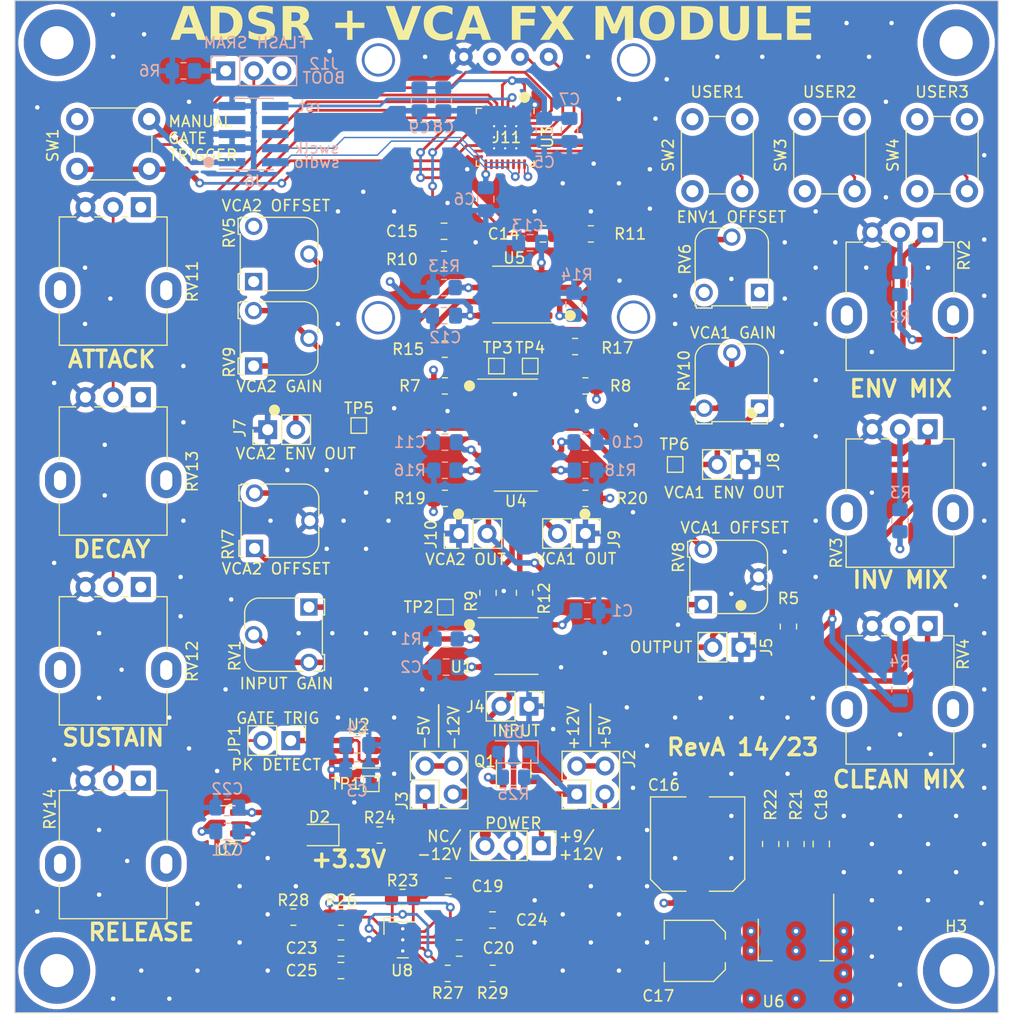
<source format=kicad_pcb>
(kicad_pcb (version 20221018) (generator pcbnew)
  (title_block (rev "B") (comment 1 "Hammond 1590XX/Q"))
  (layers (0 "F.Cu" signal) (1 "In1.Cu" signal) (2 "In2.Cu" signal) (31 "B.Cu" signal) (34 "B.Paste" user) (35 "F.Paste" user) (36 "B.SilkS" user "B.Silkscreen") (37 "F.SilkS" user "F.Silkscreen") (38 "B.Mask" user) (39 "F.Mask" user) (44 "Edge.Cuts" user))
  (net 0 "")
  (net 1 "VDDA")
  (net 2 "GND")
  (net 3 "VSSA")
  (net 4 "+3.3V")
  (net 5 "/EnvelopeGenerator/adsr_env_out2")
  (net 6 "/EnvelopeGenerator/adsr_env_out1")
  (net 7 "/PowerSupply/+5V")
  (net 8 "/PowerSupply/-5V")
  (net 9 "Net-(U8-C-)")
  (net 10 "Net-(D2-K)")
  (net 11 "Net-(D3-A)")
  (net 12 "Net-(U8-C+)")
  (net 13 "VDD")
  (net 14 "VSS")
  (net 15 "Net-(J4-Pin_2)")
  (net 16 "/AudioOutput/audio_in2")
  (net 17 "/EnvelopeGenerator/swdio")
  (net 18 "/EnvelopeGenerator/swclk")
  (net 19 "/EnvelopeGenerator/reset")
  (net 20 "/EnvelopeGenerator/displaybus.scl")
  (net 21 "/EnvelopeGenerator/displaybus.sda")
  (net 22 "/AudioOutput/audio_in1")
  (net 23 "/AudioInput/peak_detect_out")
  (net 24 "/EnvelopeGenerator/peak_detect_gatecv")
  (net 25 "/EnvelopeGenerator/boot0")
  (net 26 "Net-(U1B--)")
  (net 27 "Net-(R2-Pad1)")
  (net 28 "Net-(R4-Pad1)")
  (net 29 "/VoltageControlledAmplifier/lindiode1")
  (net 30 "/VoltageControlledAmplifier/lindiode2")
  (net 31 "/AudioInput/audio_out")
  (net 32 "Net-(R10-Pad1)")
  (net 33 "Net-(U1A--)")
  (net 34 "/ADSRPots/env_in.attack")
  (net 35 "/ADSRPots/env_in.decay")
  (net 36 "/ADSRPots/env_in.sustain")
  (net 37 "/ADSRPots/env_in.release")
  (net 38 "/EnvelopeGenerator/manual_gate_cv")
  (net 39 "Net-(U5A-+)")
  (net 40 "Net-(U5B-+)")
  (net 41 "Net-(U8-CP)")
  (net 42 "/PowerSupply/Dual Rail Regulated Charge Pump/CP_VOUT_POS")
  (net 43 "Net-(U8-PGOOD)")
  (net 44 "Net-(U8-FB+)")
  (net 45 "Net-(U8-FB-)")
  (net 46 "Net-(U6-ADJ)")
  (net 47 "Net-(J5-Pin_2)")
  (net 51 "Net-(J7-Pin_2)")
  (net 52 "Net-(J8-Pin_2)")
  (net 53 "Net-(J12-Pin_1)")
  (net 54 "Net-(R3-Pad1)")
  (net 55 "Net-(U4C-+)")
  (net 56 "Net-(R11-Pad1)")
  (net 57 "Net-(U4A-+)")
  (net 58 "Net-(U5B--)")
  (net 59 "Net-(U5A--)")
  (net 60 "Net-(R15-Pad1)")
  (net 61 "Net-(R16-Pad2)")
  (net 62 "Net-(R17-Pad1)")
  (net 63 "Net-(R18-Pad2)")
  (net 64 "Net-(U4C--)")
  (net 65 "Net-(U4A--)")
  (net 76 "/PowerSupply/PolarityProtection/VOUT")
  (net 77 "/EnvelopeGenerator/user_btn1")
  (net 78 "/EnvelopeGenerator/user_btn2")
  (net 79 "/EnvelopeGenerator/user_btn3")
  (footprint "Resistor_SMD:R_0805_2012Metric_Pad1.20x1.40mm_HandSolder" (layer "F.Cu") (at 101.378 133.604 180)
    (fp_text reference "R28")
    (fp_text value "150")
  )
  (footprint "Button_Switch_THT:SW_PUSH_6mm" (layer "F.Cu") (at 137.45 68.02 90)
    (fp_text reference "SW2")
    (fp_text value "SW_Push")
  )
  (footprint "Resistor_SMD:R_0805_2012Metric_Pad1.20x1.40mm_HandSolder" (layer "F.Cu") (at 122.276 104.303 90)
    (fp_text reference "R12")
    (fp_text value "30k")
  )
  (footprint "MountingHole:MountingHole_3mm_Pad" (layer "F.Cu") (at 161.29 138.43)
    (fp_text reference "H3")
    (fp_text value "MountingHole")
  )
  (footprint "TestPoint:TestPoint_Pad_1.0x1.0mm" (layer "F.Cu") (at 135.89 92.71 180)
    (fp_text reference "TP6")
    (fp_text value "TestPoint")
  )
  (footprint "Resistor_SMD:R_0805_2012Metric_Pad1.20x1.40mm_HandSolder" (layer "F.Cu") (at 105.68 133.604 180)
    (fp_text reference "R26")
    (fp_text value "470R")
  )
  (footprint "Connector_PinHeader_2.54mm:PinHeader_2x02_P2.54mm_Vertical" (layer "F.Cu") (at 113.284 122.48875 90)
    (fp_text reference "J3")
    (fp_text value "Conn_02x02_Odd_Even")
  )
  (footprint "Capacitor_SMD:C_0805_2012Metric_Pad1.18x1.45mm_HandSolder" (layer "F.Cu") (at 105.68 138.43 180)
    (fp_text reference "C25")
    (fp_text value "2.2u")
  )
  (footprint "Potentiometer_THT:Potentiometer_Runtron_RM-065_Vertical" (layer "F.Cu") (at 102.79 105.5876 -90)
    (fp_text reference "RV1")
    (fp_text value "1K")
  )
  (footprint "TestPoint:TestPoint_Pad_1.0x1.0mm" (layer "F.Cu") (at 122.784 83.82 -90)
    (fp_text reference "TP4")
    (fp_text value "TestPoint")
  )
  (footprint "Potentiometer_THT:Potentiometer_Alpha_RD901F-40-00D_Single_Vertical" (layer "F.Cu") (at 158.71 89.525 -90)
    (fp_text reference "RV3")
    (fp_text value "PTV09A-4220F-B104")
  )
  (footprint "Capacitor_SMD:C_0805_2012Metric_Pad1.18x1.45mm_HandSolder" (layer "F.Cu") (at 119.38 133.858)
    (fp_text reference "C24")
    (fp_text value "2.2u")
  )
  (footprint "Potentiometer_THT:Potentiometer_Alpha_RD901F-40-00D_Single_Vertical" (layer "F.Cu") (at 158.71 107.305 -90)
    (fp_text reference "RV4")
    (fp_text value "PTV09A-4220F-B104")
  )
  (footprint "Connector_PinHeader_2.54mm:PinHeader_1x02_P2.54mm_Vertical" (layer "F.Cu") (at 141.834 109.22 -90)
    (fp_text reference "J5")
    (fp_text value "Audio Output")
  )
  (footprint "Connector_PinHeader_2.54mm:PinHeader_1x02_P2.54mm_Vertical" (layer "F.Cu") (at 101.1428 117.6528 -90)
    (fp_text reference "JP1")
    (fp_text value "peak detect gate")
  )
  (footprint "Capacitor_SMD:C_Elec_5x5.4" (layer "F.Cu") (at 137.668 136.652 180)
    (fp_text reference "C17")
    (fp_text value "20u")
  )
  (footprint "Capacitor_SMD:C_0805_2012Metric_Pad1.18x1.45mm_HandSolder" (layer "F.Cu") (at 116.372 136.398)
    (fp_text reference "C20")
    (fp_text value "1u")
  )
  (footprint "Potentiometer_THT:Potentiometer_Alpha_RD901F-40-00D_Single_Vertical" (layer "F.Cu") (at 87.59 103.775 -90)
    (fp_text reference "RV12")
    (fp_text value "PTV09A-4220F-B104")
  )
  (footprint "Resistor_SMD:R_0805_2012Metric_Pad1.20x1.40mm_HandSolder" (layer "F.Cu") (at 127.7775 85.613)
    (fp_text reference "R8")
    (fp_text value "13k")
  )
  (footprint "Resistor_SMD:R_0805_2012Metric_Pad1.20x1.40mm_HandSolder" (layer "F.Cu") (at 146.1275 107.351 90)
    (fp_text reference "R5")
    (fp_text value "10k")
  )
  (footprint "Resistor_SMD:R_0805_2012Metric_Pad1.20x1.40mm_HandSolder" (layer "F.Cu") (at 119.396 138.684)
    (fp_text reference "R29")
    (fp_text value "150R")
  )
  (footprint "Connector_PinHeader_2.54mm:PinHeader_1x02_P2.54mm_Vertical" (layer "F.Cu") (at 127.7878 98.9436 -90)
    (fp_text reference "J9")
    (fp_text value "VCA1 Extern")
  )
  (footprint "Button_Switch_THT:SW_PUSH_6mm" (layer "F.Cu") (at 147.61 68.02 90)
    (fp_text reference "SW3")
    (fp_text value "SW_Push")
  )
  (footprint "Resistor_SMD:R_0805_2012Metric_Pad1.20x1.40mm_HandSolder" (layer "F.Cu") (at 128.27 71.882 180)
    (fp_text reference "R11")
    (fp_text value "10k")
  )
  (footprint "Resistor_SMD:R_0805_2012Metric_Pad1.20x1.40mm_HandSolder" (layer "F.Cu") (at 115.332 138.684)
    (fp_text reference "R27")
    (fp_text value "470R")
  )
  (footprint "Package_TO_SOT_SMD:SOT-223-3_TabPin2" (layer "F.Cu") (at 146.812 135.636 -90)
    (fp_text reference "U6")
    (fp_text value "LM1117MP-ADJ")
  )
  (footprint "Resistor_SMD:R_0805_2012Metric_Pad1.20x1.40mm_HandSolder" (layer "F.Cu") (at 115.0775 95.773)
    (fp_text reference "R19")
    (fp_text value "5K")
  )
  (footprint "Resistor_SMD:R_0805_2012Metric_Pad1.20x1.40mm_HandSolder" (layer "F.Cu") (at 126.848 82.057)
    (fp_text reference "R17")
    (fp_text value "30K")
  )
  (footprint "Potentiometer_THT:Potentiometer_Runtron_RM-065_Vertical" (layer "F.Cu") (at 143.51 77.17 180)
    (fp_text reference "RV6")
    (fp_text value "10k")
  )
  (footprint "Resistor_SMD:R_0805_2012Metric_Pad1.20x1.40mm_HandSolder" (layer "F.Cu") (at 118.974 104.303 90)
    (fp_text reference "R9")
    (fp_text value "30k")
  )
  (footprint "Connector_PinHeader_2.54mm:PinHeader_1x02_P2.54mm_Vertical" (layer "F.Cu") (at 116.3475 98.948 90)
    (fp_text reference "J10")
    (fp_text value "VCA2 Extern")
  )
  (footprint "Capacitor_SMD:C_Elec_8x5.4" (layer "F.Cu") (at 137.922 127 90)
    (fp_text reference "C16")
    (fp_text value "100u")
  )
  (footprint "Potentiometer_THT:Potentiometer_Runtron_RM-065_Vertical" (layer "F.Cu") (at 138.43 105.37 90)
    (fp_text reference "RV8")
    (fp_text value "1K")
  )
  (footprint "MountingHole:MountingHole_3mm_Pad" (layer "F.Cu") (at 161.29 54.61)
    (fp_text reference "H1" hide)
    (fp_text value "MountingHole")
  )
  (footprint "Potentiometer_THT:Potentiometer_Alpha_RD901F-40-00D_Single_Vertical" (layer "F.Cu") (at 87.59 69.469 -90)
    (fp_text reference "RV11")
    (fp_text value "PTV09A-4220F-B104")
  )
  (footprint "Connector_PinHeader_2.54mm:PinHeader_1x02_P2.54mm_Vertical" (layer "F.Cu") (at 142.24 92.71 -90)
    (fp_text reference "J8")
    (fp_text value "Envelope1 Extern")
  )
  (footprint "Resistor_SMD:R_0805_2012Metric_Pad1.20x1.40mm_HandSolder" (layer "F.Cu") (at 144.526 127 -90)
    (fp_text reference "R22")
    (fp_text value "1K")
  )
  (footprint "Potentiometer_THT:Potentiometer_Alpha_RD901F-40-00D_Single_Vertical" (layer "F.Cu") (at 87.59 86.63 -90)
    (fp_text reference "RV13")
    (fp_text value "PTV09A-4220F-B104")
  )
  (footprint "Potentiometer_THT:Potentiometer_Alpha_RD901F-40-00D_Single_Vertical" (layer "F.Cu") (at 87.59 121.275 -90)
    (fp_text reference "RV14")
    (fp_text value "PTV09A-4220F-B104")
  )
  (footprint "Resistor_SMD:R_0805_2012Metric_Pad1.20x1.40mm_HandSolder" (layer "F.Cu") (at 146.812 127 90)
    (fp_text reference "R21")
    (fp_text value "300R")
  )
  (footprint "Resistor_SMD:R_0805_2012Metric_Pad1.20x1.40mm_HandSolder" (layer "F.Cu") (at 115.062 82.296 180)
    (fp_text reference "R15")
    (fp_text value "30K")
  )
  (footprint "Button_Switch_THT:SW_PUSH_6mm" (layer "F.Cu") (at 81.84 61.504)
    (fp_text reference "SW1")
    (fp_text value "SW_Push")
  )
  (footprint "Resistor_SMD:R_0805_2012Metric_Pad1.20x1.40mm_HandSolder" (layer "F.Cu") (at 111.252 131.826 180)
    (fp_text reference "R23")
    (fp_text value "10K")
  )
  (footprint "Package_TO_SOT_SMD:SOT-23-6" (layer "F.Cu") (at 107.317523 118.575 180)
    (fp_text reference "U2")
    (fp_text value "MCP603-xCH")
  )
  (footprint "Potentiometer_THT:Potentiometer_Runtron_RM-065_Vertical" (layer "F.Cu") (at 97.79 83.812 90)
    (fp_text reference "RV9")
    (fp_text value "1K")
  )
  (footprint "Potentiometer_THT:Potentiometer_Runtron_RM-065_Vertical" (layer "F.Cu") (at 97.87 100.29 90)
    (fp_text reference "RV7")
    (fp_text value "1K")
  )
  (footprint "TestPoint:TestPoint_Pad_1.0x1.0mm" (layer "F.Cu") (at 107.29 89.19 180)
    (fp_text reference "TP5")
    (fp_text value "TestPoint")
  )
  (footprint "MountingHole:MountingHole_3mm_Pad" (layer "F.Cu") (at 80.01 138.43)
    (fp_text reference "H4" hide)
    (fp_text value "MountingHole")
  )
  (footprint "Package_SO:SOIC-16_3.9x9.9mm_P1.27mm" (layer "F.Cu") (at 121.4925 90.058)
    (fp_text reference "U4")
    (fp_text value "LM13700")
  )
  (footprint "Package_DFN_QFN:QFN-32-1EP_5x5mm_P0.5mm_EP3.45x3.45mm_ThermalVias" (layer "F.Cu") (at 120.526 63.1495 -90)
    (fp_text reference "U3")
    (fp_text value "STM32L432KBUx")
  )
  (footprint "Resistor_SMD:R_0805_2012Metric_Pad1.20x1.40mm_HandSolder" (layer "F.Cu") (at 115.0775 85.613 180)
    (fp_text reference "R7")
    (fp_text value "13k")
  )
  (footprint "Potentiometer_THT:Potentiometer_Runtron_RM-065_Vertical" (layer "F.Cu") (at 97.79 76.192 90)
    (fp_text reference "RV5")
    (fp_text value "10k")
  )
  (footprint "Capacitor_SMD:C_0805_2012Metric_Pad1.18x1.45mm_HandSolder" (layer "F.Cu") (at 115.37575 130.81)
    (fp_text reference "C19")
    (fp_text value "4.7u")
  )
  (footprint "TestPoint:TestPoint_Pad_1.0x1.0mm" (layer "F.Cu") (at 119.736 83.82 180)
    (fp_text reference "TP3")
    (fp_text value "TestPoint")
  )
  (footprint "Package_SON:WSON-12-1EP_3x2mm_P0.5mm_EP1x2.65_ThermalVias" (layer "F.Cu") (at 111.268 135.656)
    (fp_text reference "U8")
    (fp_text value "LM27762")
  )
  (footprint "Capacitor_SMD:C_0805_2012Metric_Pad1.18x1.45mm_HandSolder" (layer "F.Cu") (at 149.098 127 90)
    (fp_text reference "C18")
    (fp_text value "5.6n")
  )
  (footprint "Resistor_SMD:R_0805_2012Metric_Pad1.20x1.40mm_HandSolder" (layer "F.Cu") (at 127.7775 95.773 180)
    (fp_text reference "R20")
    (fp_text value "5K")
  )
  (footprint "Package_SO:SOIC-8_3.9x4.9mm_P1.27mm" (layer "F.Cu") (at 121.3495 77.358 180)
    (fp_text reference "U5")
    (fp_text value "TL972")
  )
  (footprint "Capacitor_SMD:C_0805_2012Metric_Pad1.18x1.45mm_HandSolder" (layer "F.Cu") (at 114.9995 71.643)
    (fp_text reference "C15")
    (fp_text value "10uF")
  )
  (footprint "Capacitor_SMD:C_0805_2012Metric_Pad1.18x1.45mm_HandSolder" (layer "F.Cu") (at 105.68 136.398 180)
    (fp_text reference "C23")
    (fp_text value "10u")
  )
  (footprint "Package_SO:SOIC-8_3.9x4.9mm_P1.27mm" (layer "F.Cu") (at 121.5385 109.108)
    (fp_text reference "U1")
    (fp_text value "TL972")
  )
  (footprint "TestPoint:TestPoint_Pad_1.0x1.0mm" (layer "F.Cu") (at 108.419023 121.557 90)
    (fp_text reference "TP1")
    (fp_text value "TestPoint")
  )
  (footprint "Button_Switch_THT:SW_PUSH_6mm" (layer "F.Cu") (at 157.77 68.02 90)
    (fp_text reference "SW4")
    (fp_text value "SW_Push")
  )
  (footprint "Potentiometer_THT:Potentiometer_Alpha_RD901F-40-00D_Single_Vertical" (layer "F.Cu") (at 158.71 71.745 -90)
    (fp_text reference "RV2")
    (fp_text value "PTV09A-4220F-B104")
  )
  (footprint "Package_TO_SOT_SMD:SOT-23" (layer "F.Cu") (at 95.4555 125.095 180)
    (fp_text reference "U7")
    (fp_text value "SE8233X2")
  )
  (footprint "Connector_PinHeader_2.54mm:PinHeader_1x03_P2.54mm_Vertical" (layer "F.Cu") (at 123.7846 127.1524 -90)
    (fp_text reference "J1" hide)
    (fp_text value "Conn_01x03")
  )
  (footprint "Capacitor_SMD:C_0805_2012Metric_Pad1.18x1.45mm_HandSolder" (layer "F.Cu") (at 123.952 71.882)
    (fp_text reference "C14")
    (fp_text value "10uF")
  )
  (footprint "Resistor_SMD:R_0805_2012Metric_Pad1.20x1.40mm_HandSolder" (layer "F.Cu") (at 114.9995 74.183)
    (fp_text reference "R10")
    (fp_text value "10k")
  )
  (footprint "Connector_PinHeader_2.54mm:PinHeader_2x02_P2.54mm_Vertical" (layer "F.Cu") (at 127 122.48875 90)
    (fp_text reference "J2")
    (fp_text value "Conn_02x02_Odd_Even")
  )
  (footprint "Package_TO_SOT_SMD:SOT-23-3" (layer "F.Cu") (at 121.285 120.20275 90)
    (fp_text reference "Q1")
    (fp_text value "HX2301A PMOS")
  )
  (footprint "Potentiometer_THT:Potentiometer_Runtron_RM-065_Vertical" (layer "F.Cu") (at 143.51 87.63 180)
    (fp_text reference "RV10")
    (fp_text value "1K")
  )
  (footprint "Connector_PinHeader_2.54mm:PinHeader_1x02_P2.54mm_Vertical" (layer "F.Cu") (at 99.06 89.567 90)
    (fp_text reference "J7")
    (fp_text value "Envelope2 Extern")
  )
  (footprint "SSD1306_0.96_Oled:SSD1306_0.96_Oled_no_courtyard_no_silkscreen" (layer "F.Cu") (at 107.6438 80.1624)
    (fp_text reference "J11")
    (fp_text value "Conn_01x04")
  )
  (footprint "TestPoint:TestPoint_Pad_1.0x1.0mm" (layer "F.Cu") (at 115.1132 105.5984)
    (fp_text reference "TP2")
    (fp_text value "TestPoint")
  )
  (footprint "LED_SMD:LED_0805_2012Metric_Pad1.15x1.40mm_HandSolder" (layer "F.Cu") (at 103.632 126.1872 180)
    (fp_text reference "D2")
    (fp_text value "RED")
  )
  (footprint "MountingHole:MountingHole_3mm_Pad" (layer "F.Cu") (at 80.01 54.61)
    (fp_text reference "H2" hide)
    (fp_text value "MountingHole")
  )
  (footprint "Connector_PinHeader_2.54mm:PinHeader_1x02_P2.54mm_Vertical" (layer "F.Cu") (at 122.682 114.554 -90)
    (fp_text reference "J4")
    (fp_text value "Audio Input")
  )
  (footprint "Resistor_SMD:R_0805_2012Metric_Pad1.20x1.40mm_HandSolder" (layer "F.Cu") (at 109.1692 126.1872)
    (fp_text reference "R24")
    (fp_text value "2K2")
  )
  (footprint "Resistor_SMD:R_0805_2012Metric_Pad1.20x1.40mm_HandSolder" (layer "B.Cu") (at 156.21 113.03 -90)
    (fp_text reference "R4")
    (fp_text value "10k")
  )
  (footprint "Capacitor_SMD:C_0805_2012Metric_Pad1.18x1.45mm_HandSolder" (layer "B.Cu") (at 114.9995 79.263 180)
    (fp_text reference "C12")
    (fp_text value "100nF")
  )
  (footprint "Capacitor_SMD:C_0805_2012Metric_Pad1.18x1.45mm_HandSolder" (layer "B.Cu") (at 112.776 59.7154 -90)
    (fp_text reference "C9")
    (fp_text value "1uf")
  )
  (footprint "Resistor_SMD:R_0805_2012Metric_Pad1.20x1.40mm_HandSolder" (layer "B.Cu") (at 156.21 76.363 -90)
    (fp_text reference "R2")
    (fp_text value "10k")
  )
  (footprint "Resistor_SMD:R_0805_2012Metric_Pad1.20x1.40mm_HandSolder" (layer "B.Cu") (at 126.746 78.232 -90)
    (fp_text reference "R14")
    (fp_text value "100R")
  )
  (footprint "Capacitor_SMD:C_0805_2012Metric_Pad1.18x1.45mm_HandSolder" (layer "B.Cu") (at 95.407 123.698 180)
    (fp_text reference "C22")
    (fp_text value "10uF")
  )
  (footprint "Capacitor_SMD:C_0805_2012Metric_Pad1.18x1.45mm_HandSolder" (layer "B.Cu") (at 118.7708 68.743 -90)
    (fp_text reference "C6")
    (fp_text value "100nf")
  )
  (footprint "Capacitor_SMD:C_0805_2012Metric_Pad1.18x1.45mm_HandSolder" (layer "B.Cu") (at 95.407 125.857)
    (fp_text reference "C21")
    (fp_text value "1uF")
  )
  (footprint "Capacitor_SMD:C_0805_2012Metric_Pad1.18x1.45mm_HandSolder" (layer "B.Cu") (at 127.7775 90.693)
    (fp_text reference "C10")
    (fp_text value "100nF")
  )
  (footprint "Capacitor_SMD:C_0805_2012Metric_Pad1.18x1.45mm_HandSolder" (layer "B.Cu") (at 114.935 59.7154 -90)
    (fp_text reference "C8")
    (fp_text value "10nf")
  )
  (footprint "Capacitor_SMD:C_0805_2012Metric_Pad1.18x1.45mm_HandSolder" (layer "B.Cu") (at 126.34 62.4946 -90)
    (fp_text reference "C7")
    (fp_text value "4.7uf")
  )
  (footprint "Capacitor_SMD:C_0805_2012Metric_Pad1.18x1.45mm_HandSolder" (layer "B.Cu") (at 107.149023 118.0425)
    (fp_text reference "C4")
    (fp_text value "1uF")
  )
  (footprint "Resistor_SMD:R_0805_2012Metric_Pad1.20x1.40mm_HandSolder" (layer "B.Cu") (at 115.1885 108.473)
    (fp_text reference "R1")
    (fp_text value "100R")
  )
  (footprint "Capacitor_SMD:C_0805_2012Metric_Pad1.18x1.45mm_HandSolder" (layer "B.Cu") (at 115.1885 111.013)
    (fp_text reference "C2")
    (fp_text value "100nF")
  )
  (footprint "Resistor_SMD:R_0805_2012Metric_Pad1.20x1.40mm_HandSolder" (layer "B.Cu") (at 115.0775 93.233)
    (fp_text reference "R16")
    (fp_text value "30K")
  )
  (footprint "Resistor_SMD:R_0805_2012Metric_Pad1.20x1.40mm_HandSolder" (layer "B.Cu") (at 121.269 120.96475)
    (fp_text reference "R25")
    (fp_text value "10K")
  )
  (footprint "Capacitor_SMD:C_0805_2012Metric_Pad1.18x1.45mm_HandSolder" (layer "B.Cu") (at 115.0775 90.693)
    (fp_text reference "C11")
    (fp_text value "100nF")
  )
  (footprint "Resistor_SMD:R_0805_2012Metric_Pad1.20x1.40mm_HandSolder" (layer "B.Cu") (at 114.9995 76.723)
    (fp_text reference "R13")
    (fp_text value "100R")
  )
  (footprint "Connector_PinHeader_2.54mm:PinHeader_1x03_P2.54mm_Vertical" (layer "B.Cu") (at 95.265 57.15 -90)
    (fp_text reference "J12")
    (fp_text value "Conn_01x03")
  )
  (footprint "Capacitor_SMD:C_0805_2012Metric_Pad1.18x1.45mm_HandSolder" (layer "B.Cu") (at 124.054 62.4946 -90)
    (fp_text reference "C5")
    (fp_text value "100nf")
  )
  (footprint "Resistor_SMD:R_0805_2012Metric_Pad1.20x1.40mm_HandSolder" (layer "B.Cu") (at 127.7775 93.233 180)
    (fp_text reference "R18")
    (fp_text value "30K")
  )
  (footprint "Diode_SMD:D_SOD-123F" (layer "B.Cu") (at 121.285 118.67875 180)
    (fp_text reference "D3")
    (fp_text value "BZT52C 12V")
  )
  (footprint "Connector_PinHeader_1.27mm:PinHeader_2x05_P1.27mm_Vertical_SMD" (layer "B.Cu") (at 97.79 62.865)
    (fp_text reference "J6")
    (fp_text value "Conn_02x05_Odd_Even")
  )
  (footprint "Capacitor_SMD:C_0805_2012Metric_Pad1.18x1.45mm_HandSolder" (layer "B.Cu") (at 127.9535 105.933)
    (fp_text reference "C1")
    (fp_text value "100nF")
  )
  (footprint "Resistor_SMD:R_0805_2012Metric_Pad1.20x1.40mm_HandSolder" (layer "B.Cu") (at 156.21 97.79 -90)
    (fp_text reference "R3")
    (fp_text value "10k")
  )
  (footprint "Capacitor_SMD:C_0805_2012Metric_Pad1.18x1.45mm_HandSolder" (layer "B.Cu") (at 122.784 72.68)
    (fp_text reference "C13")
    (fp_text value "100nF")
  )
  (footprint "Resistor_SMD:R_0805_2012Metric_Pad1.20x1.40mm_HandSolder" (layer "B.Cu") (at 91.44 57.15 180)
    (fp_text reference "R6")
    (fp_text value "10K")
  )
  (footprint "Capacitor_SMD:C_0805_2012Metric_Pad1.18x1.45mm_HandSolder" (layer "B.Cu") (at 107.149023 120.287)
    (fp_text reference "C3")
    (fp_text value "100nF")
  )
  (gr_circle (center 93.726 65.405) (end 93.726001 65.405) (stroke (width 0.5)) (fill none) (layer "B.SilkS"))
  (gr_circle (center 117.2976 107.1732) (end 117.297601 107.1732) (stroke (width 0.5)) (fill none) (layer "F.SilkS"))
  (gr_circle (center 141.834 105.446) (end 141.834001 105.446) (stroke (width 0.5)) (fill none) (layer "F.SilkS"))
  (gr_circle (center 116.307 97.191) (end 116.307001 97.191) (stroke (width 0.5)) (fill none) (layer "F.SilkS"))
  (gr_circle (center 117.2976 85.6086) (end 117.297601 85.6086) (stroke (width 0.5)) (fill none) (layer "F.SilkS"))
  (gr_circle (center 142.85 88.047) (end 142.850001 88.047) (stroke (width 0.5)) (fill none) (layer "F.SilkS"))
  (gr_circle (center 122.276 59.5482) (end 122.276001 59.5482) (stroke (width 0.5)) (fill none) (layer "F.SilkS"))
  (gr_circle (center 127.737 97.191) (end 127.737001 97.191) (stroke (width 0.5)) (fill none) (layer "F.SilkS"))
  (gr_circle (center 99.67 87.793) (end 99.670001 87.793) (stroke (width 0.5)) (fill none) (layer "F.SilkS"))
  (gr_circle (center 126.4162 79.2586) (end 126.416201 79.2586) (stroke (width 0.5)) (fill none) (layer "F.SilkS"))
  (gr_rect (start 76.2 50.8) (end 165.1 142.24) (stroke (width 0.1)) (fill none) (layer "Edge.Cuts"))
  (gr_text "NC/\n-12V" (at 116.6622 128.4986) (layer "F.SilkS") (effects (font (size 1 1)) (justify right bottom)))
  (gr_text "ADSR + VCA FX MODULE" (at 119.38 54.864) (layer "F.SilkS") (effects (font (size 3 3) (thickness 0.5) bold) (justify bottom)))
  (gr_text "RevA 14/23" (at 134.9756 119.126) (layer "F.SilkS") (effects (font (size 1.5 1.5) (thickness 0.3) bold) (justify left bottom)))
  (gr_text "+3.3V" (at 102.8192 129.2352) (layer "F.SilkS") (effects (font (size 1.5 1.5) (thickness 0.3) bold) (justify left bottom)))
  (gr_text "+9/\n+12V" (at 125.2728 128.4986) (layer "F.SilkS") (effects (font (size 1 1)) (justify left bottom)))
  (segment (start 123.9675 91.963) (end 125.0546 91.963) (width 0.5) (layer "F.Cu") (net 1))
  (segment (start 125.0546 91.963) (end 125.6284 91.3892) (width 0.5) (layer "F.Cu") (net 1))
  (segment (start 127 119.94875) (end 129.54 119.94875) (width 0.5) (layer "F.Cu") (net 1))
  (segment (start 114.0775 84.2071) (end 114.046 84.1756) (width 0.5) (layer "F.Cu") (net 1))
  (segment (start 118.8745 79.263) (end 117.363 79.263) (width 0.5) (layer "F.Cu") (net 1))
  (segment (start 125.6284 91.3892) (end 125.6284 90.678) (width 0.5) (layer "F.Cu") (net 1))
  (segment (start 128.7775 85.613) (end 128.7775 86.8167) (width 0.5) (layer "F.Cu") (net 1))
  (segment (start 114.0775 85.613) (end 114.0775 84.2071) (width 0.5) (layer "F.Cu") (net 1))
  (segment (start 124.0135 107.203) (end 125.684 107.203) (width 0.5) (layer "F.Cu") (net 1))
  (via (at 125.684 107.203) (size 0.8) (drill 0.4) (layers "F.Cu" "B.Cu") (net 1))
  (via (at 125.6284 90.678) (size 0.8) (drill 0.4) (layers "F.Cu" "B.Cu") (net 1))
  (via (at 128.7775 86.8167) (size 0.8) (drill 0.4) (layers "F.Cu" "B.Cu") (net 1))
  (via (at 114.046 84.1756) (size 0.8) (drill 0.4) (layers "F.Cu" "B.Cu") (net 1))
  (via (at 110.1264 76.192) (size 0.8) (drill 0.4) (layers "F.Cu" "B.Cu") (net 1))
  (via (at 117.363 79.263) (size 0.8) (drill 0.4) (layers "F.Cu" "B.Cu") (net 1))
  (segment (start 117.363 78.5518) (end 117.363 79.263) (width 0.5) (layer "B.Cu") (net 1))
  (segment (start 125.6284 90.678) (end 126.725 90.678) (width 0.5) (layer "B.Cu") (net 1))
  (segment (start 110.1264 76.192) (end 111.9124 77.978) (width 0.5) (layer "B.Cu") (net 1))
  (segment (start 111.9124 77.978) (end 116.7892 77.978) (width 0.5) (layer "B.Cu") (net 1))
  (segment (start 126.725 90.678) (end 126.74 90.693) (width 0.5) (layer "B.Cu") (net 1))
  (segment (start 125.684 107.165) (end 126.916 105.933) (width 0.5) (layer "B.Cu") (net 1))
  (segment (start 116.7892 77.978) (end 117.363 78.5518) (width 0.5) (layer "B.Cu") (net 1))
  (segment (start 117.363 79.263) (end 116.037 79.263) (width 0.5) (layer "B.Cu") (net 1))
  (segment (start 108.455023 118.575) (end 109.802461 118.575) (width 0.5) (layer "F.Cu") (net 2))
  (segment (start 123.0005 61.3625) (end 122.9635 61.3995) (width 0.25) (layer "F.Cu") (net 2))
  (segment (start 108.4445 135.906) (end 110.318 135.906) (width 0.25) (layer "F.Cu") (net 2))
  (segment (start 125.557 111.013) (end 125.578 111.034) (width 0.5) (layer "F.Cu") (net 2))
  (segment (start 106.180023 118.575) (end 104.827539 118.575) (width 0.5) (layer "F.Cu") (net 2))
  (segment (start 118.0885 65.6153) (end 118.0885 64.8995) (width 0.25) (layer "F.Cu") (net 2))
  (segment (start 96.393 126.045) (end 97.754 126.045) (width 0.5) (layer "F.Cu") (net 2))
  (segment (start 124.0135 111.013) (end 125.557 111.013) (width 0.5) (layer "F.Cu") (net 2))
  (segment (start 108.22 135.6815) (end 108.4445 135.906) (width 0.25) (layer "F.Cu") (net 2))
  (segment (start 123.0005 60.497516) (end 123.0005 61.3625) (width 0.25) (layer "F.Cu") (net 2))
  (via (at 110.49 87.63) (size 0.8) (drill 0.4) (layers "F.Cu" "B.Cu") (net 2))
  (via (at 146.05 120.65) (size 0.8) (drill 0.4) (layers "F.Cu" "B.Cu") (net 2))
  (via (at 115.316 87.884) (size 0.8) (drill 0.4) (layers "F.Cu" "B.Cu") (net 2))
  (via (at 83.82 131.572) (size 0.8) (drill 0.4) (layers "F.Cu" "B.Cu") (net 2))
  (via (at 105.41 115.57) (size 0.8) (drill 0.4) (layers "F.Cu" "B.Cu") (net 2))
  (via (at 133.35 130.81) (size 0.8) (drill 0.4) (layers "F.Cu" "B.Cu") (net 2))
  (via (at 153.67 121.92) (size 0.8) (drill 0.4) (layers "F.Cu" "B.Cu") (net 2))
  (via (at 158.75 74.93) (size 0.8) (drill 0.4) (layers "F.Cu" "B.Cu") (net 2))
  (via (at 130.81 138.43) (size 0.8) (drill 0.4) (layers "F.Cu" "B.Cu") (net 2))
  (via (at 117.856 72.644) (size 0.8) (drill 0.4) (layers "F.Cu" "B.Cu") (net 2))
  (via (at 132.334 89.154) (size 0.8) (drill 0.4) (layers "F.Cu" "B.Cu") (net 2))
  (via (at 128.524 65.532) (size 0.8) (drill 0.4) (layers "F.Cu" "B.Cu") (net 2))
  (via (at 82.55 80.01) (size 0.8) (drill 0.4) (layers "F.Cu" "B.Cu") (net 2))
  (via (at 107.696 68.072) (size 0.8) (drill 0.4) (layers "F.Cu" "B.Cu") (net 2))
  (via (at 100.838 93.218) (size 0.8) (drill 0.4) (layers "F.Cu" "B.Cu") (net 2))
  (via (at 134.112 61.468) (size 0.8) (drill 0.4) (layers "F.Cu" "B.Cu") (net 2))
  (via (at 123.19 69.85) (size 0.8) (drill 0.4) (layers "F.Cu" "B.Cu") (net 2))
  (via (at 163.83 87.63) (size 0.8) (drill 0.4) (layers "F.Cu" "B.Cu") (net 2))
  (via (at 148.59 80.01) (size 0.8) (drill 0.4) (layers "F.Cu" "B.Cu") (net 2))
  (via (at 97.754 126.045) (size 0.8) (drill 0.4) (layers "F.Cu" "B.Cu") (net 2))
  (via (at 148.59 85.09) (size 0.8) (drill 0.4) (layers "F.Cu" "B.Cu") (net 2))
  (via (at 140.97 120.65) (size 0.8) (drill 0.4) (layers "F.Cu" "B.Cu") (net 2))
  (via (at 145.796 100.584) (size 0.8) (drill 0.4) (layers "F.Cu" "B.Cu") (net 2))
  (via (at 156.21 124.46) (size 0.8) (drill 0.4) (layers "F.Cu" "B.Cu") (net 2))
  (via (at 153.416 118.364) (size 0.8) (drill 0.4) (layers "F.Cu" "B.Cu") (net 2))
  (via (at 161.29 105.41) (size 0.8) (drill 0.4) (layers "F.Cu" "B.Cu") (net 2))
  (via (at 163.83 64.77) (size 0.8) (drill 0.4) (layers "F.Cu" "B.Cu") (net 2))
  (via (at 135.89 128.27) (size 0.8) (drill 0.4) (layers "F.Cu" "B.Cu") (net 2))
  (via (at 91.44 83.82) (size 0.8) (drill 0.4) (layers "F.Cu" "B.Cu") (net 2))
  (via (at 84.328 95.504) (size 0.8) (drill 0.4) (layers "F.Cu" "B.Cu") (net 2))
  (via (at 105.41 69.85) (size 0.8) (drill 0.4) (layers "F.Cu" "B.Cu") (net 2))
  (via (at 101.854 107.95) (size 0.8) (drill 0.4) (layers "F.Cu" "B.Cu") (net 2))
  (via (at 108.22 135.6815) (size 0.8) (drill 0.4) (layers "F.Cu" "B.Cu") (net 2))
  (via (at 156.21 139.7) (size 0.8) (drill 0.4) (layers "F.Cu" "B.Cu") (net 2))
  (via (at 91.44 97.79) (size 0.8) (drill 0.4) (layers "F.Cu" "B.Cu") (net 2))
  (via (at 156.21 134.62) (size 0.8) (drill 0.4) (layers "F.Cu" "B.Cu") (net 2))
  (via (at 113.03 113.03) (size 0.8) (drill 0.4) (layers "F.Cu" "B.Cu") (net 2))
  (via (at 140.97 128.27) (size 0.8) (drill 0.4) (layers "F.Cu" "B.Cu") (net 2))
  (via (at 159.004 118.872) (size 0.8) (drill 0.4) (layers "F.Cu" "B.Cu") (net 2))
  (via (at 91.186 106.426) (size 0.8) (drill 0.4) (layers "F.Cu" "B.Cu") (net 2))
  (via (at 110.49 69.85) (size 0.8) (drill 0.4) (layers "F.Cu" "B.Cu") (net 2))
  (via (at 158.75 127) (size 0.8) (drill 0.4) (layers "F.Cu" "B.Cu") (net 2))
  (via (at 96.52 135.89) (size 0.8) (drill 0.4) (layers "F.Cu" "B.Cu") (net 2))
  (via (at 158.75 121.92) (size 0.8) (drill 0.4) (layers "F.Cu" "B.Cu") (net 2))
  (via (at 123.19 135.89) (size 0.8) (drill 0.4) (layers "F.Cu" "B.Cu") (net 2))
  (via (at 110.49 115.57) (size 0.8) (drill 0.4) (layers "F.Cu" "B.Cu") (net 2))
  (via (at 163.83 113.03) (size 0.8) (drill 0.4) (layers "F.Cu" "B.Cu") (net 2))
  (via (at 161.29 129.54) (size 0.8) (drill 0.4) (layers "F.Cu" "B.Cu") (net 2))
  (via (at 153.67 132.08) (size 0.8) (drill 0.4) (layers "F.Cu" "B.Cu") (net 2))
  (via (at 85.09 55.88) (size 0.8) (drill 0.4) (layers "F.Cu" "B.Cu") (net 2))
  (via (at 145.542 82.55) (size 0.8) (drill 0.4) (layers "F.Cu" "B.Cu") (net 2))
  (via (at 125.73 138.43) (size 0.8) (drill 0.4) (layers "F.Cu" "B.Cu") (net 2))
  (via (at 151.13 124.46) (size 0.8) (drill 0.4) (layers "F.Cu" "B.Cu") (net 2))
  (via (at 145.542 89.154) (size 0.8) (drill 0.4) (layers "F.Cu" "B.Cu") (net 2))
  (via (at 125.73 67.31) (size 0.8) (drill 0.4) (layers "F.Cu" "B.Cu") (net 2))
  (via (at 163.83 77.47) (size 0.8) (drill 0.4) (layers "F.Cu" "B.Cu") (net 2))
  (via (at 124.8664 116.6114) (size 0.8) (drill 0.4) (layers "F.Cu" "B.Cu") (net 2))
  (via (at 138.176 113.792) (size 0.8) (drill 0.4) (layers "F.Cu" "B.Cu") (net 2))
  (via (at 106.8832 123.2408) (size 0.8) (drill 0.4) (layers "F.Cu" "B.Cu") (net 2))
  (via (at 148.59 69.85) (size 0.8) (drill 0.4) (layers "F.Cu" "B.Cu") (net 2))
  (via (at 84.836 77.724) (size 0.8) (drill 0.4) (layers "F.Cu" "B.Cu") (net 2))
  (via (at 158.75 132.08) (size 0.8) (drill 0.4) (layers "F.Cu" "B.Cu") (net 2))
  (via (at 91.186 102.87) (size 0.8) (drill 0.4) (layers "F.Cu" "B.Cu") (net 2))
  (via (at 133.35 135.89) (size 0.8) (drill 0.4) (layers "F.Cu" "B.Cu") (net 2))
  (via (at 128.27 69.85) (size 0.8) (drill 0.4) (layers "F.Cu" "B.Cu") (net 2))
  (via (at 163.83 127) (size 0.8) (drill 0.4) (layers "F.Cu" "B.Cu") (net 2))
  (via (at 94.488 120.396) (size 0.8) (drill 0.4) (layers "F.Cu" "B.Cu") (net 2))
  (via (at 153.67 137.16) (size 0.8) (drill 0.4) (layers "F.Cu" "B.Cu") (net 2))
  (via (at 117.094 66.04) (size 0.8) (drill 0.4) (layers "F.Cu" "B.Cu") (net 2))
  (via (at 136.144 107.188) (size 0.8) (drill 0.4) (layers "F.Cu" "B.Cu") (net 2))
  (via (at 163.83 102.87) (size 0.8) (drill 0.4) (layers "F.Cu" "B.Cu") (net 2))
  (via (at 79.756 85.344) (size 0.8) (drill 0.4) (layers "F.Cu" "B.Cu") (net 2))
  (via (at 130.81 67.31) (size 0.8) (drill 0.4) (layers "F.Cu" "B.Cu") (net 2))
  (via (at 130.8608 76.0984) (size 0.8) (drill 0.4) (layers "F.Cu" "B.Cu") (net 2))
  (via (at 83.82 125.73) (size 0.8) (drill 0.4) (layers "F.Cu" "B.Cu") (net 2))
  (via (at 133.604 69.596) (size 0.8) (drill 0.4) (layers "F.Cu" "B.Cu") (net 2))
  (via (at 150.368 72.644) (size 0.8) (drill 0.4) (layers "F.Cu" "B.Cu") (net 2))
  (via (at 101.6 130.81) (size 0.8) (drill 0.4) (layers "F.Cu" "B.Cu") (net 2))
  (via (at 104.394 93.218) (size 0.8) (drill 0.4) (layers "F.Cu" "B.Cu") (net 2))
  (via (at 107.95 107.95) (size 0.8) (drill 0.4) (layers "F.Cu" "B.Cu") (net 2))
  (via (at 95.25 113.03) (size 0.8) (drill 0.4) (layers "F.Cu" "B.Cu") (net 2))
  (via (at 91.44 88.9) (size 0.8) (drill 0.4) (layers "F.Cu" "B.Cu") (net 2))
  (via (at 99.06 133.35) (size 0.8) (drill 0.4) (layers "F.Cu" "B.Cu") (net 2))
  (via (at 85.09 52.07) (size 0.8) (drill 0.4) (layers "F.Cu" "B.Cu") (net 2))
  (via (at 107.95 100.33) (size 0.8) (drill 0.4) (layers "F.Cu" "B.Cu") (net 2))
  (via (at 163.83 121.92) (size 0.8) (drill 0.4) (layers "F.Cu" "B.Cu") (net 2))
  (via (at 153.67 95.25) (size 0.8) (drill 0.4) (layers "F.Cu" "B.Cu") (net 2))
  (via (at 107.95 95.25) (size 0.8) (drill 0.4) (layers "F.Cu" "B.Cu") (net 2))
  (via (at 121.412 86.36) (size 0.8) (drill 0.4) (layers "F.Cu" "B.Cu") (net 2))
  (via (at 104.648 55.372) (size 0.8) (drill 0.4) (layers "F.Cu" "B.Cu") (net 2))
  (via (at 120.396 104.14) (size 0.8) (drill 0.4) (layers "F.Cu" "B.Cu") (net 2))
  (via (at 128.27 135.89) (size 0.8) (drill 0.4) (layers "F.Cu" "B.Cu") (net 2))
  (via (at 139.7 55.88) (size 0.8) (drill 0.4) (layers "F.Cu" "B.Cu") (net 2))
  (via (at 148.59 74.93) (size 0.8) (drill 0.4) (layers "F.Cu" "B.Cu") (net 2))
  (via (at 99.06 128.27) (size 0.8) (drill 0.4) (layers "F.Cu" "B.Cu") (net 2))
  (via (at 140.97 75.946) (size 0.8) (drill 0.4) (layers "F.Cu" "B.Cu") (net 2))
  (via (at 133.35 125.73) (size 0.8) (drill 0.4) (layers "F.Cu" "B.Cu") (net 2))
  (via (at 163.83 107.95) (size 0.8) (drill 0.4) (layers "F.Cu" "B.Cu") (net 2))
  (via (at 84.328 90.932) (size 0.8) (drill 0.4) (layers "F.Cu" "B.Cu") (net 2))
  (via (at 133.604 66.04) (size 0.8) (drill 0.4) (layers "F.Cu" "B.Cu") (net 2))
  (via (at 163.83 72.39) (size 0.8) (drill 0.4) (layers "F.Cu" "B.Cu") (net 2))
  (via (at 140.97 104.394) (size 0.8) (drill 0.4) (layers "F.Cu" "B.Cu") (net 2))
  (via (at 86.36 128.524) (size 0.8) (drill 0.4) (layers "F.Cu" "B.Cu") (net 2))
  (via (at 130.81 128.27) (size 0.8) (drill 0.4) (layers "F.Cu" "B.Cu") (net 2))
  (via (at 154.94 59.944) (size 0.8) (drill 0.4) (layers "F.Cu" "B.Cu") (net 2))
  (via (at 105.41 80.01) (size 0.8) (drill 0.4) (layers "F.Cu" "B.Cu") (net 2))
  (via (at 151.384 52.832) (size 0.8) (drill 0.4) (layers "F.Cu" "B.Cu") (net 2))
  (via (at 79.756 101.6) (size 0.8) (drill 0.4) (layers "F.Cu" "B.Cu") (net 2))
  (via (at 161.29 124.46) (size 0.8) (drill 0.4) (layers "F.Cu" "B.Cu") (net 2))
  (via (at 163.83 82.55) (size 0.8) (drill 0.4) (layers "F.Cu" "B.Cu") (net 2))
  (via (at 115.316 69.088) (size 0.8) (drill 0.4) (layers "F.Cu" "B.Cu") (net 2))
  (via (at 148.844 55.88) (size 0.8) (drill 0.4) (layers "F.Cu" "B.Cu") (net 2))
  (via (at 163.576 132.334) (size 0.8) (drill 0.4) (layers "F.Cu" "B.Cu") (net 2))
  (via (at 125.578 111.034) (size 0.8) (drill 0.4) (layers "F.Cu" "B.Cu") (net 2))
  (via (at 96.52 130.81) (size 0.8) (drill 0.4) (layers "F.Cu" "B.Cu") (net 2))
  (via (at 135.89 115.57) (size 0.8) (drill 0.4) (layers "F.Cu" "B.Cu") (net 2))
  (via (at 143.764 55.88) (size 0.8) (drill 0.4) (layers "F.Cu" "B.Cu") (net 2))
  (via (at 125.73 133.35) (size 0.8) (drill 0.4) (layers "F.Cu" "B.Cu") (net 2))
  (via (at 127 87.884) (size 0.8) (drill 0.4) (layers "F.Cu" "B.Cu") (net 2))
  (via (at 87.63 138.43) (size 0.8) (drill 0.4) (layers "F.Cu" "B.Cu") (net 2))
  (via (at 83.82 113.792) (size 0.8) (drill 0.4) (layers "F.Cu" "B.Cu") (net 2))
  (via (at 145.796 77.724) (size 0.8) (drill 0.4) (layers "F.Cu" "B.Cu") (net 2))
  (via (at 140.97 124.46) (size 0.8) (drill 0.4) (layers "F.Cu" "B.Cu") (net 2))
  (via (at 148.59 90.17) (size 0.8) (drill 0.4) (layers "F.Cu" "B.Cu") (net 2))
  (via (at 113.284 55.88) (size 0.8) (drill 0.4) (layers "F.Cu" "B.Cu") (net 2))
  (via (at 78.232 133.096) (size 0.8) (drill 0.4) (layers "F.Cu" "B.Cu") (net 2))
  (via (at 79.756 119.38) (size 0.8) (drill 0.4) (layers "F.Cu" "B.Cu") (net 2))
  (via (at 153.416 55.88) (size 0.8) (drill 0.4) (layers "F.Cu" "B.Cu") (net 2))
  (via (at 145.796 72.644) (size 0.8) (drill 0.4) (layers "F.Cu" "B.Cu") (net 2))
  (via (at 92.71 138.43) (size 0.8) (drill 0.4) (layers "F.Cu" "B.Cu") (net 2))
  (via (at 128.016 55.88) (size 0.8) (drill 0.4) (layers "F.Cu" "B.Cu") (net 2))
  (via (at 135.89 77.47) (size 0.8) (drill 0.4) (layers "F.Cu" "B.Cu") (net 2))
  (via (at 123.2045 60.208438) (size 0.8) (drill 0.4) (layers "F.Cu" "B.Cu") (net 2))
  (via (at 123.19 132.08) (size 0.8) (drill 0.4) (layers "F.Cu" "B.Cu") (net 2))
  (via (at 110.49 107.95) (size 0.8) (drill 0.4) (layers "F.Cu" "B.Cu") (net 2))
  (via (at 104.902 107.95) (size 0.8) (drill 0.4) (layers "F.Cu" "B.Cu") (net 2))
  (via (at 155.448 52.832) (size 0.8) (drill 0.4) (layers "F.Cu" "B.Cu") (net 2))
  (via (at 132.08 121.92) (size 0.8) (drill 0.4) (layers "F.Cu" "B.Cu") (net 2))
  (via (at 105.918 97.79) (size 0.8) (drill 0.4) (layers "F.Cu" "B.Cu") (net 2))
  (via (at 153.67 82.55) (size 0.8) (drill 0.4) (layers "F.Cu" "B.Cu") (net 2))
  (via (at 91.948 59.944) (size 0.8) (drill 0.4) (layers "F.Cu" "B.Cu") (net 2))
  (via (at 99.06 138.43) (size 0.8) (drill 0.4) (layers "F.Cu" "B.Cu") (net 2))
  (via (at 92.71 132.3848) (size 0.8) (drill 0.4) (layers "F.Cu" "B.Cu") (net 2))
  (via (at 110.49 120.65) (size 0.8) (drill 0.4) (layers "F.Cu" "B.Cu") (net 2))
  (via (at 151.13 129.54) (size 0.8) (drill 0.4) (layers "F.Cu" "B.Cu") (net 2))
  (via (at 87.884 53.848) (size 0.8) (drill 0.4) (layers "F.Cu" "B.Cu") (net 2))
  (via (at 154.94 68.58) (size 0.8) (drill 0.4) (layers "F.Cu" "B.Cu") (net 2))
  (via (at 163.83 97.79) (size 0.8) (drill 0.4) (layers "F.Cu" "B.Cu") (net 2))
  (via (at 91.948 118.364) (size 0.8) (drill 0.4) (layers "F.Cu" "B.Cu") (net 2))
  (via (at 153.162 74.93) (size 0.8) (drill 0.4) (layers "F.Cu" "B.Cu") (net 2))
  (via (at 85.09 140.97) (size 0.8) (drill 0.4) (layers "F.Cu" "B.Cu") (net 2))
  (via (at 83.82 107.95) (size 0.8) (drill 0.4) (layers "F.Cu" "B.Cu") (net 2))
  (via (at 99.314 97.79) (size 0.8) (drill 0.4) (layers "F.Cu" "B.Cu") (net 2))
  (via (at 130.81 133.35) (size 0.8) (drill 0.4) (layers "F.Cu" "B.Cu") (net 2))
  (via (at 135.128 57.912) (size 0.8) (drill 0.4) (layers "F.Cu" "B.Cu") (net 2))
  (via (at 78.232 60.452) (size 0.8) (drill 0.4) (layers "F.Cu" "B.Cu") (net 2))
  (via (at 131.5212 114.6556) (size 0.8) (drill 0.4) (layers "F.Cu" "B.Cu") (net 2))
  (via (at 148.336 113.792) (size 0.8) (drill 0.4) (layers "F.Cu" "B.Cu") (net 2))
  (via (at 95.758 104.902) (size 0.8) (drill 0.4) (layers "F.Cu" "B.Cu") (net 2))
  (via (at 90.17 140.97) (size 0.8) (drill 0.4) (layers "F.Cu" "B.Cu") (net 2))
  (via (at 163.83 92.71) (size 0.8) (drill 0.4) (layers "F.Cu" "B.Cu") (net 2))
  (via (at 85.852 111.252) (size 0.8) (drill 0.4) (layers "F.Cu" "B.Cu") (net 2))
  (via (at 109.982 97.79) (size 0.8) (drill 0.4) (layers "F.Cu" "B.Cu") (net 2))
  (via (at 129.54 109.728) (size 0.8) (drill 0.4) (layers "F.Cu" "B.Cu") (net 2))
  (via (at 148.59 97.79) (size 0.8) (drill 0.4) (layers "F.Cu" "B.Cu") (net 2))
  (via (at 90.17 115.57) (size 0.8) (drill 0.4) (layers "F.Cu" "B.Cu") (net 2))
  (via (at 133.35 118.11) (size 0.8) (drill 0.4) (layers "F.Cu" "B.Cu") (net 2))
  (via (at 128.27 130.81) (size 0.8) (drill 0.4) (layers "F.Cu" "B.Cu") (net 2))
  (via (at 143.764 113.792) (size 0.8) (drill 0.4) (layers "F.Cu" "B.Cu") (net 2))
  (via (at 146.05 115.57) (size 0.8) (drill 0.4) (layers "F.Cu" "B.Cu") (net 2))
  (via (at 156.21 129.54) (size 0.8) (drill 0.4) (layers "F.Cu" "B.Cu") (net 2))
  (via (at 163.83 118.11) (size 0.8) (drill 0.4) (layers "F.Cu" "B.Cu") (net 2))
  (via (at 107.95 113.03) (size 0.8) (drill 0.4) (layers "F.Cu" "B.Cu") (net 2))
  (via (at 82.55 74.93) (size 0.8) (drill 0.4) (layers "F.Cu" "B.Cu") (net 2))
  (via (at 148.59 102.87) (size 0.8) (drill 0.4) (layers "F.Cu" "B.Cu") (net 2))
  (via (at 135.89 80.01) (size 0.8) (drill 0.4) (layers "F.Cu" "B.Cu") (net 2))
  (via (at 132.08 97.028) (size 0.8) (drill 0.4) (layers "F.Cu" "B.Cu") (net 2))
  (via (at 130.81 59.69) (size 0.8) (drill 0.4) (layers "F.Cu" "B.Cu") (net 2))
  (via (at 156.21 117.094) (size 0.8) (drill 0.4) (layers "F.Cu" "B.Cu") (net 2))
  (via (at 153.67 127) (size 0.8) (drill 0.4) (layers "F.Cu" "B.Cu") (net 2))
  (via (at 104.394 100.33) (size 0.8) (drill 0.4) (layers "F.Cu" "B.Cu") (net 2))
  (via (at 135.89 120.65) (size 0.8) (drill 0.4) (layers "F.Cu" "B.Cu") (net 2))
  (via (at 140.97 115.57) (size 0.8) (drill 0.4) (layers "F.Cu" "B.Cu") (net 2))
  (segment (start 128.7775 95.773) (end 129.9822 95.773) (width 0.5) (layer "F.Cu") (net 3))
  (segment (start 115.824 119.94875) (end 113.284 119.94875) (width 0.5) (layer "F.Cu") (net 3))
  (segment (start 114.0775 96.9457) (end 114.046 96.9772) (width 0.5) (layer "F.Cu") (net 3))
  (segment (start 119.0175 91.963) (end 118.0234 91.963) (width 0.5) (layer "F.Cu") (net 3))
  (segment (start 114.0775 95.773) (end 114.0775 96.9457) (width 0.5) (layer "F.Cu") (net 3))
  (segment (start 118.0234 91.963) (end 117.4496 91.3892) (width 0.5) (layer "F.Cu") (net 3))
  (segment (start 123.8245 74.4977) (end 123.7996 74.4728) (width 0.5) (layer "F.Cu") (net 3))
  (segment (start 129.9822 95.773) (end 129.9972 95.758) (width 0.5) (layer "F.Cu") (net 3))
  (segment (start 117.5154 111.013) (end 117.5004 110.998) (width 0.5) (layer "F.Cu") (net 3))
  (segment (start 123.8245 75.453) (end 123.8245 74.4977) (width 0.5) (layer "F.Cu") (net 3))
  (segment (start 119.0635 111.013) (end 117.5154 111.013) (width 0.5) (layer "F.Cu") (net 3))
  (via (at 129.9972 95.758) (size 0.8) (drill 0.4) (layers "F.Cu" "B.Cu") (net 3))
  (via (at 114.046 96.9772) (size 0.8) (drill 0.4) (layers "F.Cu" "B.Cu") (net 3))
  (via (at 117.4496 91.3892) (size 0.8) (drill 0.4) (layers "F.Cu" "B.Cu") (net 3))
  (via (at 117.5004 110.998) (size 0.8) (drill 0.4) (layers "F.Cu" "B.Cu") (net 3))
  (via (at 123.7996 74.4728) (size 0.8) (drill 0.4) (layers "F.Cu" "B.Cu") (net 3))
  (segment (start 123.7996 72.7019) (end 123.8215 72.68) (width 0.5) (layer "B.Cu") (net 3))
  (segment (start 117.5004 110.998) (end 116.241 110.998) (width 0.5) (layer "B.Cu") (net 3))
  (segment (start 116.8112 91.3892) (end 116.115 90.693) (width 0.5) (layer "B.Cu") (net 3))
  (segment (start 117.4496 91.3892) (end 116.8112 91.3892) (width 0.5) (layer "B.Cu") (net 3))
  (segment (start 116.241 110.998) (end 116.226 111.013) (width 0.5) (layer "B.Cu") (net 3))
  (segment (start 123.7996 74.4728) (end 123.7996 72.7019) (width 0.5) (layer "B.Cu") (net 3))
  (segment (start 104.8512 120.275061) (end 104.8512 119.525) (width 0.5) (layer "F.Cu") (net 4))
  (segment (start 98.7552 124.145) (end 99.4652 124.145) (width 0.5) (layer "F.Cu") (net 4))
  (segment (start 99.4664 126.1872) (end 99.4664 124.1462) (width 0.5) (layer "F.Cu") (net 4))
  (segment (start 104.8512 119.525) (end 106.180023 119.525) (width 0.5) (layer "F.Cu") (net 4))
  (segment (start 121.158 58.039) (end 121.8946 58.039) (width 0.25) (layer "F.Cu") (net 4))
  (segment (start 96.393 124.145) (end 97.632 124.145) (width 0.5) (layer "F.Cu") (net 4))
  (segment (start 118.776 65.587) (end 118.776 66.5026) (width 0.25) (layer "F.Cu") (net 4))
  (segment (start 104.8512 122.287539) (end 104.8512 120.275061) (width 0.5) (layer "F.Cu") (net 4))
  (segment (start 120.276 58.4384) (end 120.276 60.712) (width 0.25) (layer "F.Cu") (net 4))
  (segment (start 102.607 126.1872) (end 99.4664 126.1872) (width 0.5) (layer "F.Cu") (net 4))
  (segment (start 118.776 66.5026) (end 118.7708 66.5078) (width 0.25) (layer "F.Cu") (net 4))
  (segment (start 121.8946 58.039) (end 122.276 58.4204) (width 0.25) (layer "F.Cu") (net 4))
  (segment (start 100.419661 122.287539) (end 104.8512 122.287539) (width 0.5) (layer "F.Cu") (net 4))
  (segment (start 97.632 124.145) (end 98.7552 124.145) (width 0.5) (layer "F.Cu") (net 4))
  (segment (start 99.4664 124.1462) (end 99.4664 123.2408) (width 0.5) (layer "F.Cu") (net 4))
  (segment (start 99.4652 124.145) (end 99.4664 124.1462) (width 0.5) (layer "F.Cu") (net 4))
  (segment (start 99.4664 123.2408) (end 100.419661 122.287539) (width 0.5) (layer "F.Cu") (net 4))
  (segment (start 122.276 58.4204) (end 122.276 60.712) (width 0.25) (layer "F.Cu") (net 4))
  (segment (start 121.158 58.039) (end 120.6754 58.039) (width 0.25) (layer "F.Cu") (net 4))
  (segment (start 120.6754 58.039) (end 120.276 58.4384) (width 0.25) (layer "F.Cu") (net 4))
  (via (at 97.632 124.145) (size 0.8) (drill 0.4) (layers "F.Cu" "B.Cu") (net 4))
  (via (at 104.8512 120.275061) (size 0.8) (drill 0.4) (layers "F.Cu" "B.Cu") (net 4))
  (via (at 121.158 58.039) (size 0.8) (drill 0.4) (layers "F.Cu" "B.Cu") (net 4))
  (via (at 118.7708 66.5078) (size 0.8) (drill 0.4) (layers "F.Cu" "B.Cu") (net 4))
  (segment (start 116.3574 58.039) (end 115.7185 58.6779) (width 0.25) (layer "B.Cu") (net 4))
  (segment (start 104.863139 120.287) (end 104.8512 120.275061) (width 0.5) (layer "B.Cu") (net 4))
  (segment (start 122.4655 58.039) (end 124.054 59.6275) (width 0.5) (layer "B.Cu") (net 4))
  (segment (start 106.111523 120.287) (end 104.863139 120.287) (width 0.5) (layer "B.Cu") (net 4))
  (segment (start 92.241 65.405) (end 88.34 61.504) (width 0.5) (layer "B.Cu") (net 4))
  (segment (start 95.84 65.405) (end 92.241 65.405) (width 0.5) (layer "B.Cu") (net 4))
  (segment (start 96.8915 124.145) (end 96.4445 123.698) (width 0.5) (layer "B.Cu") (net 4))
  (segment (start 118.7708 66.5078) (end 118.7708 67.7055) (width 0.5) (layer "B.Cu") (net 4))
  (segment (start 126.34 61.4571) (end 124.054 61.4571) (width 0.5) (layer "B.Cu") (net 4))
  (segment (start 97.632 124.145) (end 96.8915 124.145) (width 0.5) (layer "B.Cu") (net 4))
  (segment (start 114.935 58.6779) (end 112.776 58.6779) (width 0.25) (layer "B.Cu") (net 4))
  (segment (start 121.158 58.039) (end 116.3574 58.039) (width 0.25) (layer "B.Cu") (net 4))
  (segment (start 124.054 59.6275) (end 124.054 61.4571) (width 0.5) (layer "B.Cu") (net 4))
  (segment (start 106.111523 120.287) (end 106.111523 118.0425) (width 0.5) (layer "B.Cu") (net 4))
  (segment (start 115.7185 58.6779) (end 114.935 58.6779) (width 0.25) (layer "B.Cu") (net 4))
  (segment (start 121.158 58.039) (end 122.4655 58.039) (width 0.5) (layer "B.Cu") (net 4))
  (segment (start 113.962 64.516) (end 116.0785 62.3995) (width 0.25) (layer "F.Cu") (net 5))
  (segment (start 113.962 67.564) (end 113.962 71.643) (width 0.25) (layer "F.Cu") (net 5))
  (segment (start 116.0785 62.3995) (end 118.0885 62.3995) (width 0.25) (layer "F.Cu") (net 5))
  (via (at 113.962 64.516) (size 0.8) (drill 0.4) (layers "F.Cu" "B.Cu") (net 5))
  (via (at 113.962 67.564) (size 0.8) (drill 0.4) (layers "F.Cu" "B.Cu") (net 5))
  (segment (start 113.962 64.516) (end 113.962 67.564) (width 0.25) (layer "B.Cu") (net 5))
  (segment (start 120.65 71.882) (end 115.57 66.802) (width 0.25) (layer "F.Cu") (net 6))
  (segment (start 115.4945 61.8995) (end 118.0885 61.8995) (width 0.25) (layer "F.Cu") (net 6))
  (segment (start 112.878 64.516) (end 115.4945 61.8995) (width 0.25) (layer "F.Cu") (net 6))
  (segment (start 122.9145 71.882) (end 120.65 71.882) (width 0.25) (layer "F.Cu") (net 6))
  (segment (start 112.878 66.802) (end 115.57 66.802) (width 0.25) (layer "F.Cu") (net 6))
  (via (at 112.878 66.802) (size 0.8) (drill 0.4) (layers "F.Cu" "B.Cu") (net 6))
  (via (at 112.878 64.516) (size 0.8) (drill 0.4) (layers "F.Cu" "B.Cu") (net 6))
  (segment (start 112.878 66.802) (end 112.878 64.516) (width 0.25) (layer "B.Cu") (net 6))
  (segment (start 109.26 135.406) (end 108.474 134.62) (width 0.25) (layer "F.Cu") (net 7))
  (segment (start 119.38 141.224) (end 95.25 141.224) (width 0.5) (layer "F.Cu") (net 7))
  (segment (start 112.218 134.406) (end 112.218 133.35) (width 0.25) (layer "F.Cu") (net 7))
  (segment (start 146.812 138.786) (end 146.7405 138.7145) (width 1) (layer "F.Cu") (net 7))
  (segment (start 108.474 134.62) (end 108.22 134.62) (width 0.25) (layer "F.Cu") (net 7))
  (segment (start 111.252 133.35) (end 112.218 133.35) (width 0.25) (layer "F.Cu") (net 7))
  (segment (start 139.7305 136.652) (end 139.7305 141.1935) (width 0.5) (layer "F.Cu") (net 7))
  (segment (start 113.078598 136.406) (end 113.566299 136.893701) (width 0.25) (layer "F.Cu") (net 7))
  (segment (start 139.761 138.7145) (end 139.7305 138.684) (width 1) (layer "F.Cu") (net 7))
  (segment (start 114.33825 130.81) (end 113.32225 131.826) (width 0.25) (layer "F.Cu") (net 7))
  (segment (start 110.318 135.406) (end 109.26 135.406) (width 0.25) (layer "F.Cu") (net 7))
  (segment (start 93.883 125.095) (end 94.518 125.095) (width 0.5) (layer "F.Cu") (net 7))
  (segment (start 139.7 141.224) (end 125.222 141.224) (width 0.5) (layer "F.Cu") (net 7))
  (segment (start 146.812 132.486) (end 146.812 134.874) (width 1) (layer "F.Cu") (net 7))
  (segment (start 139.7305 141.1935) (end 139.7 141.224) (width 0.5) (layer "F.Cu") (net 7))
  (segment (start 112.218 136.406) (end 113.078598 136.406) (width 0.25) (layer "F.Cu") (net 7))
  (segment (start 94.488 125.125) (end 94.518 125.095) (width 0.5) (layer "F.Cu") (net 7))
  (segment (start 113.32225 131.826) (end 112.218 131.826) (width 0.25) (layer "F.Cu") (net 7))
  (segment (start 112.218 131.86) (end 112.252 131.826) (width 0.25) (layer "F.Cu") (net 7))
  (segment (start 93.121 125.857) (end 93.883 125.095) (width 0.5) (layer "F.Cu") (net 7))
  (segment (start 146.7405 138.7145) (end 139.761 138.7145) (width 1) (layer "F.Cu") (net 7))
  (segment (start 113.566299 136.893701) (end 114.331598 137.659) (width 0.25) (layer "F.Cu") (net 7))
  (segment (start 114.331598 137.659) (end 119.38 137.659) (width 0.25) (layer "F.Cu") (net 7))
  (segment (start 94.488 140.462) (end 94.488 125.125) (width 0.5) (layer "F.Cu") (net 7))
  (segment (start 125.222 141.224) (end 119.38 141.224) (width 0.5) (layer "F.Cu") (net 7))
  (segment (start 146.812 132.486) (end 146.812 128) (width 1) (layer "F.Cu") (net 7))
  (segment (start 139.7305 138.684) (end 139.7305 136.652) (width 1) (layer "F.Cu") (net 7))
  (segment (start 119.38 137.659) (end 119.38 141.224) (width 0.25) (layer "F.Cu") (net 7))
  (segment (start 112.218 133.35) (end 112.218 131.86) (width 0.25) (layer "F.Cu") (net 7))
  (segment (start 95.25 141.224) (end 94.488 140.462) (width 0.5) (layer "F.Cu") (net 7))
  (via (at 151.13 134.874) (size 0.8) (drill 0.4) (layers "F.Cu" "B.Cu") (net 7))
  (via (at 113.566299 136.893701) (size 0.8) (drill 0.4) (layers "F.Cu" "B.Cu") (net 7))
  (via (at 93.121 125.857) (size 0.8) (drill 0.4) (layers "F.Cu" "B.Cu") (net 7))
  (via (at 151.13 136.652) (size 0.8) (drill 0.4) (layers "F.Cu" "B.Cu") (net 7))
  (via (at 146.812 136.652) (size 0.8) (drill 0.4) (layers "F.Cu" "B.Cu") (net 7))
  (via (at 142.748 140.97) (size 0.8) (drill 0.4) (layers "F.Cu" "B.Cu") (net 7))
  (via (at 151.13 138.684) (size 0.8) (drill 0.4) (layers "F.Cu" "B.Cu") (net 7))
  (via (at 142.748 134.874) (size 0.8) (drill 0.4) (layers "F.Cu" "B.Cu") (net 7))
  (via (at 146.812 134.874) (size 0.8) (drill 0.4) (layers "F.Cu" "B.Cu") (net 7))
  (via (at 111.252 133.35) (size 0.8) (drill 0.4) (layers "F.Cu" "B.Cu") (net 7))
  (via (at 146.812 140.97) (size 0.8) (drill 0.4) (layers "F.Cu" "B.Cu") (net 7))
  (via (at 108.22 134.62) (size 0.8) (drill 0.4) (layers "F.Cu" "B.Cu") (net 7))
  (via (at 142.748 136.652) (size 0.8) (drill 0.4) (layers "F.Cu" "B.Cu") (net 7))
  (via (at 151.13 140.97) (size 0.8) (drill 0.4) (layers "F.Cu" "B.Cu") (net 7))
  (segment (start 108.22 134.62) (end 108.22 133.842) (width 0.25) (layer "B.Cu") (net 7))
  (segment (start 112.522 133.35) (end 113.538 134.366) (width 0.25) (layer "B.Cu") (net 7))
  (segment (start 113.538 134.366) (end 113.538 136.865402) (width 0.25) (layer "B.Cu") (net 7))
  (segment (start 93.121 125.857) (end 94.3695 125.857) (width 0.5) (layer "B.Cu") (net 7))
  (segment (start 108.22 133.842) (end 108.712 133.35) (width 0.25) (layer "B.Cu") (net 7))
  (segment (start 108.712 133.35) (end 111.252 133.35) (width 0.25) (layer "B.Cu") (net 7))
  (segment (start 113.538 136.865402) (end 113.566299 136.893701) (width 0.25) (layer "B.Cu") (net 7))
  (segment (start 111.252 133.35) (end 112.522 133.35) (width 0.25) (layer "B.Cu") (net 7))
  (segment (start 118.396 138.684) (end 116.332 138.684) (width 0.25) (layer "F.Cu") (net 8))
  (segment (start 106.426 138.43) (end 106.7175 138.43) (width 0.4) (layer "F.Cu") (net 8))
  (segment (start 116.094 139.954) (end 106.7175 139.954) (width 0.25) (layer "F.Cu") (net 8))
  (segment (start 105.68 130.794) (end 105.68 137.684) (width 0.4) (layer "F.Cu") (net 8))
  (segment (start 106.7175 139.954) (end 106.7175 138.43) (width 0.25) (layer "F.Cu") (net 8))
  (segment (start 109.49 136.906) (end 107.966 138.43) (width 0.25) (layer "F.Cu") (net 8))
  (segment (start 113.284 122.48875) (end 113.284 126.492) (width 0.4) (layer "F.Cu") (net 8))
  (segment (start 107.966 138.43) (end 106.7175 138.43) (width 0.25) (layer "F.Cu") (net 8))
  (segment (start 105.68 137.684) (end 106.426 138.43) (width 0.4) (layer "F.Cu") (net 8))
  (segment (start 110.318 136.906) (end 109.49 136.906) (width 0.25) (layer "F.Cu") (net 8))
  (segment (start 116.332 139.716) (end 116.094 139.954) (width 0.25) (layer "F.Cu") (net 8))
  (segment (start 116.332 138.43) (end 116.332 139.716) (width 0.25) (layer "F.Cu") (net 8))
  (segment (start 106.68 129.794) (end 105.68 130.794) (width 0.4) (layer "F.Cu") (net 8))
  (segment (start 113.284 126.492) (end 109.982 129.794) (width 0.4) (layer "F.Cu") (net 8))
  (segment (start 109.982 129.794) (end 106.68 129.794) (width 0.4) (layer "F.Cu") (net 8))
  (segment (start 112.218 135.906) (end 114.8425 135.906) (width 0.25) (layer "F.Cu") (net 9))
  (segment (start 114.8425 135.906) (end 115.3345 136.398) (width 0.25) (layer "F.Cu") (net 9))
  (segment (start 104.657 126.1872) (end 108.1692 126.1872) (width 0.5) (layer "F.Cu") (net 10))
  (segment (start 119.3745 121.34025) (end 118.999 120.96475) (width 0.5) (layer "F.Cu") (net 11))
  (segment (start 120.335 121.34025) (end 119.3745 121.34025) (width 0.5) (layer "F.Cu") (net 11))
  (via (at 118.999 120.96475) (size 0.8) (drill 0.4) (layers "F.Cu" "B.Cu") (net 11))
  (segment (start 120.015 118.80875) (end 119.885 118.67875) (width 0.5) (layer "B.Cu") (net 11))
  (segment (start 118.999 120.96475) (end 120.269 120.96475) (width 0.5) (layer "B.Cu") (net 11))
  (segment (start 120.269 120.96475) (end 120.015 120.71075) (width 0.5) (layer "B.Cu") (net 11))
  (segment (start 120.015 120.71075) (end 120.015 118.80875) (width 0.5) (layer "B.Cu") (net 11))
  (segment (start 114.34 135.128) (end 117.388 135.128) (width 0.25) (layer "F.Cu") (net 12))
  (segment (start 112.218 135.406) (end 114.062 135.406) (width 0.25) (layer "F.Cu") (net 12))
  (segment (start 114.062 135.406) (end 114.34 135.128) (width 0.25) (layer "F.Cu") (net 12))
  (segment (start 117.388 135.128) (end 117.388 136.3765) (width 0.25) (layer "F.Cu") (net 12))
  (segment (start 123.81 124.699) (end 123.81 126.111) (width 0.5) (layer "F.Cu") (net 13))
  (segment (start 121.285 119.06525) (end 121.285 122.174) (width 0.5) (layer "F.Cu") (net 13))
  (segment (start 121.285 122.174) (end 123.81 124.699) (width 0.5) (layer "F.Cu") (net 13))
  (segment (start 118.73 123.683) (end 117.53575 122.48875) (width 1) (layer "F.Cu") (net 14))
  (segment (start 118.73 126.111) (end 118.73 123.683) (width 1) (layer "F.Cu") (net 14))
  (segment (start 117.53575 122.48875) (end 115.824 122.48875) (width 1) (layer "F.Cu") (net 14))
  (segment (start 120.904 113.792) (end 120.904 109.743) (width 0.5) (layer "F.Cu") (net 15))
  (segment (start 117.094 117.602) (end 108.478023 117.602) (width 0.5) (layer "F.Cu") (net 15))
  (segment (start 120.904 109.743) (end 119.0635 109.743) (width 0.5) (layer "F.Cu") (net 15))
  (segment (start 120.142 114.554) (end 117.094 117.602) (width 0.5) (layer "F.Cu") (net 15))
  (segment (start 120.142 114.554) (end 120.904 113.792) (width 0.5) (layer "F.Cu") (net 15))
  (segment (start 108.478023 117.602) (end 108.455023 117.625) (width 0.5) (layer "F.Cu") (net 15))
  (segment (start 124.46 102.87) (end 140.335 102.87) (width 0.5) (layer "F.Cu") (net 16))
  (segment (start 119.0175 94.503) (end 119.0175 98.813) (width 0.5) (layer "F.Cu") (net 16))
  (segment (start 156.842095 92.71) (end 158.75 90.802095) (width 0.5) (layer "F.Cu") (net 16))
  (segment (start 158.75 89.565) (end 158.71 89.525) (width 0.5) (layer "F.Cu") (net 16))
  (segment (start 119.0175 95.773) (end 116.0775 95.773) (width 0.5) (layer "F.Cu") (net 16))
  (segment (start 158.75 90.802095) (end 158.75 89.565) (width 0.5) (layer "F.Cu") (net 16))
  (segment (start 150.495 92.71) (end 156.842095 92.71) (width 0.5) (layer "F.Cu") (net 16))
  (segment (start 140.335 102.87) (end 150.495 92.71) (width 0.5) (layer "F.Cu") (net 16))
  (segment (start 119.0175 94.503) (end 119.0175 95.773) (width 0.5) (layer "F.Cu") (net 16))
  (segment (start 119.0175 98.813) (end 118.8825 98.948) (width 0.5) (layer "F.Cu") (net 16))
  (segment (start 123.19 101.6) (end 124.46 102.87) (width 0.5) (layer "F.Cu") (net 16))
  (via (at 123.19 101.6) (size 0.8) (drill 0.4) (layers "F.Cu" "B.Cu") (net 16))
  (segment (start 123.19 101.6) (end 121.5395 101.6) (width 0.5) (layer "B.Cu") (net 16))
  (segment (start 121.5395 101.6) (end 118.8875 98.948) (width 0.5) (layer "B.Cu") (net 16))
  (segment (start 121.776 66.3618) (end 121.776 65.587) (width 0.127) (layer "F.Cu") (net 17))
  (segment (start 121.4374 66.7004) (end 121.776 66.3618) (width 0.127) (layer "F.Cu") (net 17))
  (via (at 121.4374 66.7004) (size 0.8) (drill 0.4) (layers "F.Cu" "B.Cu") (net 17))
  (segment (start 121.4374 66.7004) (end 120.5813 65.8443) (width 0.127) (layer "B.Cu") (net 17))
  (segment (start 108.9675 64.7685) (end 101.2035 64.7685) (width 0.127) (layer "B.Cu") (net 17))
  (segment (start 110.236 63.5) (end 108.9675 64.7685) (width 0.127) (layer "B.Cu") (net 17))
  (segment (start 116.3066 63.5) (end 110.236 63.5) (width 0.127) (layer "B.Cu") (net 17))
  (segment (start 100.567 65.405) (end 99.74 65.405) (width 0.127) (layer "B.Cu") (net 17))
  (segment (start 118.6509 65.8443) (end 116.3066 63.5) (width 0.127) (layer "B.Cu") (net 17))
  (segment (start 120.5813 65.8443) (end 118.6509 65.8443) (width 0.127) (layer "B.Cu") (net 17))
  (segment (start 101.2035 64.7685) (end 100.567 65.405) (width 0.127) (layer "B.Cu") (net 17))
  (segment (start 122.276 66.396) (end 122.276 65.587) (width 0.127) (layer "F.Cu") (net 18))
  (segment (start 122.5804 66.7004) (end 122.276 66.396) (width 0.127) (layer "F.Cu") (net 18))
  (via (at 122.5804 66.7004) (size 0.8) (drill 0.4) (layers "F.Cu" "B.Cu") (net 18))
  (segment (start 105.029 64.135) (end 99.74 64.135) (width 0.127) (layer "B.Cu") (net 18))
  (segment (start 122.5804 66.7004) (end 122.5804 65.7606) (width 0.127) (layer "B.Cu") (net 18))
  (segment (start 122.5804 65.7606) (end 122.2502 65.4304) (width 0.127) (layer "B.Cu") (net 18))
  (segment (start 116.4876 63.173) (end 105.991 63.173) (width 0.127) (layer "B.Cu") (net 18))
  (segment (start 118.745 65.4304) (end 116.4876 63.173) (width 0.127) (layer "B.Cu") (net 18))
  (segment (start 105.991 63.173) (end 105.029 64.135) (width 0.127) (layer "B.Cu") (net 18))
  (segment (start 122.2502 65.4304) (end 118.745 65.4304) (width 0.127) (layer "B.Cu") (net 18))
  (segment (start 120.776 60.712) (end 120.776 59.945) (width 0.25) (layer "F.Cu") (net 19))
  (segment (start 120.776 59.945) (end 121.158 59.563) (width 0.25) (layer "F.Cu") (net 19))
  (via (at 121.158 59.563) (size 0.8) (drill 0.4) (layers "F.Cu" "B.Cu") (net 19))
  (segment (start 121.158 59.563) (end 121.0305 59.6905) (width 0.25) (layer "B.Cu") (net 19))
  (segment (start 109.8545 59.6905) (end 109.22 60.325) (width 0.25) (layer "B.Cu") (net 19))
  (segment (start 109.22 60.325) (end 99.74 60.325) (width 0.25) (layer "B.Cu") (net 19))
  (segment (start 121.0305 59.6905) (end 109.8545 59.6905) (width 0.25) (layer "B.Cu") (net 19))
  (segment (start 125.5685 62.8995) (end 126.746 61.722) (width 0.25) (layer "F.Cu") (net 20))
  (segment (start 126.746 61.722) (end 126.746 58.1722) (width 0.25) (layer "F.Cu") (net 20))
  (segment (start 126.746 58.1722) (end 124.4538 55.88) (width 0.25) (layer "F.Cu") (net 20))
  (segment (start 122.9635 62.8995) (end 125.5685 62.8995) (width 0.25) (layer "F.Cu") (net 20))
  (segment (start 124.5445 62.3995) (end 125.73 61.214) (width 0.25) (layer "F.Cu") (net 21))
  (segment (start 125.73 61.214) (end 125.73 59.182) (width 0.25) (layer "F.Cu") (net 21))
  (segment (start 125.73 59.182) (end 122.428 55.88) (width 0.25) (layer "F.Cu") (net 21))
  (segment (start 122.428 55.88) (end 121.8678 55.88) (width 0.25) (layer "F.Cu") (net 21))
  (segment (start 122.9635 62.3995) (end 124.5445 62.3995) (width 0.25) (layer "F.Cu") (net 21))
  (segment (start 127 97.155) (end 130.175 97.155) (width 0.5) (layer "F.Cu") (net 22))
  (segment (start 123.9675 94.503) (end 123.9675 97.6633) (width 0.5) (layer "F.Cu") (net 22))
  (segment (start 151.13 88.9) (end 156.4725 83.5575) (width 0.5) (layer "F.Cu") (net 22))
  (segment (start 151.13 90.45005) (end 151.13 88.9) (width 0.5) (layer "F.Cu") (net 22))
  (segment (start 123.9675 97.6633) (end 125.2478 98.9436) (width 0.5) (layer "F.Cu") (net 22))
  (segment (start 130.175 97.155) (end 135.19 102.17) (width 0.5) (layer "F.Cu") (net 22))
  (segment (start 156.4725 73.9825) (end 158.71 71.745) (width 0.5) (layer "F.Cu") (net 22))
  (segment (start 139.41005 102.17) (end 151.13 90.45005) (width 0.5) (layer "F.Cu") (net 22))
  (segment (start 123.9675 94.503) (end 123.9675 95.773) (width 0.5) (layer "F.Cu") (net 22))
  (segment (start 126.7775 95.773) (end 126.7775 96.9325) (width 0.5) (layer "F.Cu") (net 22))
  (segment (start 126.7775 96.9325) (end 127 97.155) (width 0.5) (layer "F.Cu") (net 22))
  (segment (start 156.4725 83.5575) (end 156.4725 73.9825) (width 0.5) (layer "F.Cu") (net 22))
  (segment (start 123.9675 95.773) (end 126.7775 95.773) (width 0.5) (layer "F.Cu") (net 22))
  (segment (start 135.19 102.17) (end 139.41005 102.17) (width 0.5) (layer "F.Cu") (net 22))
  (segment (start 107.129523 117.625) (end 106.180023 117.625) (width 0.25) (layer "F.Cu") (net 23))
  (segment (start 108.455023 121.521) (end 108.419023 121.557) (width 0.25) (layer "F.Cu") (net 23))
  (segment (start 108.455023 119.525) (end 107.505523 119.525) (width 0.25) (layer "F.Cu") (net 23))
  (segment (start 107.505523 119.525) (end 107.317523 119.337) (width 0.25) (layer "F.Cu") (net 23))
  (segment (start 108.455023 119.525) (end 108.455023 121.521) (width 0.5) (layer "F.Cu") (net 23))
  (segment (start 107.317523 117.813) (end 107.129523 117.625) (width 0.25) (layer "F.Cu") (net 23))
  (segment (start 106.152223 117.6528) (end 106.180023 117.625) (width 0.5) (layer "F.Cu") (net 23))
  (segment (start 107.317523 119.337) (end 107.317523 117.813) (width 0.25) (layer "F.Cu") (net 23))
  (segment (start 101.1428 117.6528) (end 106.152223 117.6528) (width 0.5) (layer "F.Cu") (net 23))
  (segment (start 80.0862 123.2794) (end 88.8106 123.2794) (width 0.25) (layer "F.Cu") (net 24))
  (segment (start 94.4372 117.6528) (end 98.6028 117.6528) (width 0.25) (layer "F.Cu") (net 24))
  (segment (start 119.020304 59.3344) (end 94.9452 59.3344) (width 0.25) (layer "F.Cu") (net 24))
  (segment (start 90.4748 63.8048) (end 80.3656 63.8048) (width 0.25) (layer "F.Cu") (net 24))
  (segment (start 78.105 121.2982) (end 80.0862 123.2794) (width 0.25) (layer "F.Cu") (net 24))
  (segment (start 119.776 60.712) (end 119.776 60.090096) (width 0.25) (layer "F.Cu") (net 24))
  (segment (start 119.776 60.090096) (end 119.020304 59.3344) (width 0.25) (layer "F.Cu") (net 24))
  (segment (start 80.3656 63.8048) (end 78.105 66.0654) (width 0.25) (layer "F.Cu") (net 24))
  (segment (start 94.9452 59.3344) (end 90.4748 63.8048) (width 0.25) (layer "F.Cu") (net 24))
  (segment (start 88.8106 123.2794) (end 94.4372 117.6528) (width 0.25) (layer "F.Cu") (net 24))
  (segment (start 78.105 66.0654) (end 78.105 121.2982) (width 0.25) (layer "F.Cu") (net 24))
  (segment (start 124.714 60.706) (end 124.714 59.69) (width 0.25) (layer "F.Cu") (net 25))
  (segment (start 122.301 57.277) (end 116.967 57.277) (width 0.25) (layer "F.Cu") (net 25))
  (segment (start 123.5205 61.8995) (end 124.714 60.706) (width 0.25) (layer "F.Cu") (net 25))
  (segment (start 115.57 58.674) (end 97.805 58.674) (width 0.25) (layer "F.Cu") (net 25))
  (segment (start 124.714 59.69) (end 122.301 57.277) (width 0.25) (layer "F.Cu") (net 25))
  (segment (start 116.967 57.277) (end 115.57 58.674) (width 0.25) (layer "F.Cu") (net 25))
  (segment (start 97.805 58.674) (end 97.805 57.15) (width 0.25) (layer "F.Cu") (net 25))
  (segment (start 122.9635 61.8995) (end 123.5205 61.8995) (width 0.25) (layer "F.Cu") (net 25))
  (segment (start 146.1275 108.351) (end 146.1275 110.4125) (width 0.5) (layer "F.Cu") (net 26))
  (segment (start 156.21 100.33) (end 156.21 97.79) (width 0.5) (layer "F.Cu") (net 26))
  (segment (start 146.1275 110.4125) (end 145.542 110.998) (width 0.5) (layer "F.Cu") (net 26))
  (segment (start 150.089 103.911) (end 150.089 106.68) (width 0.5) (layer "F.Cu") (net 26))
  (segment (start 148.418 108.351) (end 146.1275 108.351) (width 0.5) (layer "F.Cu") (net 26))
  (segment (start 161.29 81.4375) (end 157.3225 81.4375) (width 0.5) (layer "F.Cu") (net 26))
  (segment (start 156.21 97.79) (end 150.089 103.911) (width 0.5) (layer "F.Cu") (net 26))
  (segment (start 126.744082 110.998) (end 125.489082 109.743) (width 0.5) (layer "F.Cu") (net 26))
  (segment (start 125.489082 109.743) (end 124.0135 109.743) (width 0.5) (layer "F.Cu") (net 26))
  (segment (start 150.089 106.68) (end 148.418 108.351) (width 0.5) (layer "F.Cu") (net 26))
  (segment (start 145.542 110.998) (end 126.744082 110.998) (width 0.5) (layer "F.Cu") (net 26))
  (segment (start 156.21 97.79) (end 161.29 92.71) (width 0.5) (layer "F.Cu") (net 26))
  (segment (start 161.29 92.71) (end 161.29 81.4375) (width 0.5) (layer "F.Cu") (net 26))
  (via (at 150.089 106.68) (size 0.8) (drill 0.4) (layers "F.Cu" "B.Cu") (net 26))
  (via (at 157.3225 81.4375) (size 0.8) (drill 0.4) (layers "F.Cu" "B.Cu") (net 26))
  (via (at 156.21 100.33) (size 0.8) (drill 0.4) (layers "F.Cu" "B.Cu") (net 26))
  (segment (start 150.089 106.68) (end 150.089 108.679) (width 0.5) (layer "B.Cu") (net 26))
  (segment (start 156.21 80.325) (end 156.21 77.363) (width 0.5) (layer "B.Cu") (net 26))
  (segment (start 157.3225 81.4375) (end 156.21 80.325) (width 0.5) (layer "B.Cu") (net 26))
  (segment (start 156.21 100.33) (end 156.21 98.79) (width 0.5) (layer "B.Cu") (net 26))
  (segment (start 155.44 114.03) (end 156.21 114.03) (width 0.5) (layer "B.Cu") (net 26))
  (segment (start 150.089 108.679) (end 155.44 114.03) (width 0.5) (layer "B.Cu") (net 26))
  (segment (start 156.21 75.363) (end 156.21 71.745) (width 0.5) (layer "B.Cu") (net 27))
  (segment (start 156.21 112.03) (end 156.21 107.305) (width 0.5) (layer "B.Cu") (net 28))
  (segment (start 117.3475 86.883) (end 119.0175 86.883) (width 0.5) (layer "F.Cu") (net 29))
  (segment (start 116.0775 85.613) (end 117.3475 86.883) (width 0.5) (layer "F.Cu") (net 29))
  (segment (start 123.9675 86.883) (end 125.5075 86.883) (width 0.5) (layer "F.Cu") (net 30))
  (segment (start 125.5075 86.883) (end 126.7775 85.613) (width 0.5) (layer "F.Cu") (net 30))
  (segment (start 122.276 107.203) (end 122.276 111.923) (width 0.5) (layer "F.Cu") (net 31))
  (segment (start 122.276 107.203) (end 122.276 105.303) (width 0.5) (layer "F.Cu") (net 31))
  (segment (start 119.0635 107.203) (end 117.81 107.203) (width 0.5) (layer "F.Cu") (net 31))
  (segment (start 120.9035 107.203) (end 122.276 107.203) (width 0.5) (layer "F.Cu") (net 31))
  (segment (start 122.621 112.268) (end 156.766727 112.268) (width 0.5) (layer "F.Cu") (net 31))
  (segment (start 118.9985 107.138) (end 119.0635 107.203) (width 0.5) (layer "F.Cu") (net 31))
  (segment (start 119.0635 107.203) (end 120.9035 107.203) (width 0.5) (layer "F.Cu") (net 31))
  (segment (start 116.2054 105.5984) (end 102.8008 105.5984) (width 0.5) (layer "F.Cu") (net 31))
  (segment (start 156.766727 112.268) (end 158.71 110.324727) (width 0.5) (layer "F.Cu") (net 31))
  (segment (start 122.276 111.923) (end 122.621 112.268) (width 0.5) (layer "F.Cu") (net 31))
  (segment (start 118.9985 105.3275) (end 118.9985 107.138) (width 0.5) (layer "F.Cu") (net 31))
  (segment (start 117.81 107.203) (end 116.2054 105.5984) (width 0.5) (layer "F.Cu") (net 31))
  (segment (start 118.974 105.303) (end 118.9985 105.3275) (width 0.5) (layer "F.Cu") (net 31))
  (segment (start 158.71 110.324727) (end 158.71 107.305) (width 0.5) (layer "F.Cu") (net 31))
  (segment (start 110.49 74.93) (end 104.028 74.93) (width 0.5) (layer "F.Cu") (net 32))
  (segment (start 111.237 74.183) (end 110.49 74.93) (width 0.5) (layer "F.Cu") (net 32))
  (segment (start 104.028 74.93) (end 102.79 73.692) (width 0.5) (layer "F.Cu") (net 32))
  (segment (start 113.9995 74.183) (end 111.237 74.183) (width 0.5) (layer "F.Cu") (net 32))
  (segment (start 114.412 108.473) (end 117.344 108.473) (width 0.5) (layer "F.Cu") (net 33))
  (segment (start 97.9276 108.0876) (end 100.4276 110.5876) (width 0.5) (layer "F.Cu") (net 33))
  (segment (start 119.0635 108.473) (end 117.344 108.473) (width 0.5) (layer "F.Cu") (net 33))
  (segment (start 100.4276 110.5876) (end 102.79 110.5876) (width 0.5) (layer "F.Cu") (net 33))
  (segment (start 97.79 108.0876) (end 97.9276 108.0876) (width 0.5) (layer "F.Cu") (net 33))
  (segment (start 112.2974 110.5876) (end 114.412 108.473) (width 0.5) (layer "F.Cu") (net 33))
  (segment (start 102.79 110.5876) (end 112.2974 110.5876) (width 0.5) (layer "F.Cu") (net 33))
  (via (at 117.344 108.473) (size 0.8) (drill 0.4) (layers "F.Cu" "B.Cu") (net 33))
  (segment (start 117.344 108.473) (end 116.1885 108.473) (width 0.5) (layer "B.Cu") (net 33))
  (segment (start 90.17 72.39) (end 85.725 72.39) (width 0.25) (layer "F.Cu") (net 34))
  (segment (start 119.276 60.712) (end 119.276 60.226492) (width 0.25) (layer "F.Cu") (net 34))
  (segment (start 102.616 59.944) (end 90.17 72.39) (width 0.25) (layer "F.Cu") (net 34))
  (segment (start 119.276 60.226492) (end 118.993508 59.944) (width 0.25) (layer "F.Cu") (net 34))
  (segment (start 85.725 72.39) (end 85.09 71.755) (width 0.25) (layer "F.Cu") (net 34))
  (segment (start 118.993508 59.944) (end 102.616 59.944) (width 0.25) (layer "F.Cu") (net 34))
  (segment (start 85.09 71.755) (end 85.09 69.469) (width 0.25) (layer "F.Cu") (net 34))
  (segment (start 87.63 81.915) (end 90.805 81.915) (width 0.25) (layer "F.Cu") (net 35))
  (segment (start 85.09 86.63) (end 85.09 84.455) (width 0.25) (layer "F.Cu") (net 35))
  (segment (start 90.805 81.915) (end 93.066 79.654) (width 0.25) (layer "F.Cu") (net 35))
  (segment (start 93.066 70.761208) (end 103.115208 60.712) (width 0.25) (layer "F.Cu") (net 35))
  (segment (start 93.066 79.654) (end 93.066 70.761208) (width 0.25) (layer "F.Cu") (net 35))
  (segment (start 103.115208 60.712) (end 118.776 60.712) (width 0.25) (layer "F.Cu") (net 35))
  (segment (start 85.09 84.455) (end 87.63 81.915) (width 0.25) (layer "F.Cu") (net 35))
  (segment (start 103.7005 61.3995) (end 94.082 71.018) (width 0.25) (layer "F.Cu") (net 36))
  (segment (start 85.09 102.0525) (end 85.09 103.775) (width 0.25) (layer "F.Cu") (net 36))
  (segment (start 86.1415 101.001) (end 85.09 102.0525) (width 0.25) (layer "F.Cu") (net 36))
  (segment (start 91.796 101.001) (end 86.1415 101.001) (width 0.25) (layer "F.Cu") (net 36))
  (segment (start 118.0885 61.3995) (end 103.7005 61.3995) (width 0.25) (layer "F.Cu") (net 36))
  (segment (start 94.082 98.715) (end 91.796 101.001) (width 0.25) (layer "F.Cu") (net 36))
  (segment (start 94.082 71.018) (end 94.082 98.715) (width 0.25) (layer "F.Cu") (net 36))
  (segment (start 88.991 118.654) (end 86.1285 118.654) (width 0.25) (layer "F.Cu") (net 37))
  (segment (start 95.098 99.477) (end 93.574 101.001) (width 0.25) (layer "F.Cu") (net 37))
  (segment (start 93.574 114.071) (end 88.991 118.654) (width 0.25) (layer "F.Cu") (net 37))
  (segment (start 85.09 119.6925) (end 85.09 121.275) (width 0.25) (layer "F.Cu") (net 37))
  (segment (start 114.681 65.278) (end 101.092 65.278) (width 0.25) (layer "F.Cu") (net 37))
  (segment (start 118.0885 62.8995) (end 117.0595 62.8995) (width 0.25) (layer "F.Cu") (net 37))
  (segment (start 95.098 71.272) (end 95.098 99.477) (width 0.25) (layer "F.Cu") (net 37))
  (segment (start 101.092 65.278) (end 95.098 71.272) (width 0.25) (layer "F.Cu") (net 37))
  (segment (start 117.0595 62.8995) (end 114.681 65.278) (width 0.25) (layer "F.Cu") (net 37))
  (segment (start 93.574 101.001) (end 93.574 114.071) (width 0.25) (layer "F.Cu") (net 37))
  (segment (start 86.1285 118.654) (end 85.09 119.6925) (width 0.25) (layer "F.Cu") (net 37))
  (segment (start 117.048623 63.8995) (end 118.0885 63.8995) (width 0.25) (layer "F.Cu") (net 38))
  (segment (start 100.33 67.31) (end 101.6 66.04) (width 0.25) (layer "F.Cu") (net 38))
  (segment (start 101.6 66.04) (end 114.908123 66.04) (width 0.25) (layer "F.Cu") (net 38))
  (segment (start 82.13 66.04) (end 81.84 65.75) (width 0.5) (layer "F.Cu") (net 38))
  (segment (start 91.6686 66.04) (end 82.13 66.04) (width 0.5) (layer "F.Cu") (net 38))
  (segment (start 92.9132 67.2846) (end 91.6686 66.04) (width 0.5) (layer "F.Cu") (net 38))
  (segment (start 114.908123 66.04) (end 117.048623 63.8995) (width 0.25) (layer "F.Cu") (net 38))
  (via (at 92.9132 67.2846) (size 0.8) (drill 0.4) (layers "F.Cu" "B.Cu") (net 38))
  (via (at 100.33 67.31) (size 0.8) (drill 0.4) (layers "F.Cu" "B.Cu") (net 38))
  (segment (start 100.33 67.31) (end 92.9386 67.31) (width 0.25) (layer "B.Cu") (net 38))
  (segment (start 92.9386 67.31) (end 92.9132 67.2846) (width 0.25) (layer "B.Cu") (net 38))
  (segment (start 122.424 76.723) (end 123.8245 76.723) (width 0.5) (layer "F.Cu") (net 39))
  (segment (start 122.149 76.998) (end 122.424 76.723) (width 0.5) (layer "F.Cu") (net 39))
  (segment (start 127.27 71.882) (end 127.27 76.1525) (width 0.5) (layer "F.Cu") (net 39))
  (segment (start 122.149 80.935) (end 122.149 76.998) (width 0.5) (layer "F.Cu") (net 39))
  (segment (start 127.27 76.1525) (end 126.6995 76.723) (width 0.5) (layer "F.Cu") (net 39))
  (segment (start 127.27 71.882) (end 124.9895 71.882) (width 0.5) (layer "F.Cu") (net 39))
  (segment (start 126.6995 76.723) (end 123.8245 76.723) (width 0.5) (layer "F.Cu") (net 39))
  (segment (start 122.784 83.82) (end 122.784 81.57) (width 0.5) (layer "F.Cu") (net 39))
  (segment (start 122.784 81.57) (end 122.149 80.935) (width 0.5) (layer "F.Cu") (net 39))
  (segment (start 119.736 81.57) (end 120.625 80.681) (width 0.5) (layer "F.Cu") (net 40))
  (segment (start 119.736 83.82) (end 119.736 81.57) (width 0.5) (layer "F.Cu") (net 40))
  (segment (start 120.625 76.109) (end 119.969 75.453) (width 0.5) (layer "F.Cu") (net 40))
  (segment (start 116.037 71.643) (end 116.037 74.1455) (width 0.5) (layer "F.Cu") (net 40))
  (segment (start 118.8745 75.453) (end 118.8745 74.183) (width 0.5) (layer "F.Cu") (net 40))
  (segment (start 119.969 75.453) (end 118.8745 75.453) (width 0.5) (layer "F.Cu") (net 40))
  (segment (start 116.037 74.1455) (end 115.9995 74.183) (width 0.5) (layer "F.Cu") (net 40))
  (segment (start 120.625 80.681) (end 120.625 76.109) (width 0.5) (layer "F.Cu") (net 40))
  (segment (start 118.8745 74.183) (end 115.9995 74.183) (width 0.5) (layer "F.Cu") (net 40))
  (segment (start 110.318 136.406) (end 106.7255 136.406) (width 0.25) (layer "F.Cu") (net 41))
  (segment (start 106.7255 136.406) (end 106.7175 136.398) (width 0.25) (layer "F.Cu") (net 41))
  (segment (start 118.3425 133.858) (end 118.3425 132.665989) (width 0.4) (layer "F.Cu") (net 42))
  (segment (start 120.960489 130.048) (end 127.762 130.048) (width 0.4) (layer "F.Cu") (net 42))
  (segment (start 112.284 134.906) (end 113.252 134.906) (width 0.25) (layer "F.Cu") (net 42))
  (segment (start 115.57 132.715) (end 115.57 133.858) (width 0.25) (layer "F.Cu") (net 42))
  (segment (start 129.54 128.27) (end 129.54 122.48875) (width 0.4) (layer "F.Cu") (net 42))
  (segment (start 114.3 133.858) (end 118.3425 133.858) (width 0.25) (layer "F.Cu") (net 42))
  (segment (start 104.68 133.604) (end 102.378 133.604) (width 0.25) (layer "F.Cu") (net 42))
  (segment (start 118.3425 132.665989) (end 120.960489 130.048) (width 0.4) (layer "F.Cu") (net 42))
  (segment (start 104.68 133.604) (end 104.68 132.366) (width 0.25) (layer "F.Cu") (net 42))
  (segment (start 104.68 132.366) (end 104.648 132.334) (width 0.25) (layer "F.Cu") (net 42))
  (segment (start 127.762 130.048) (end 129.54 128.27) (width 0.4) (layer "F.Cu") (net 42))
  (segment (start 113.252 134.906) (end 114.3 133.858) (width 0.25) (layer "F.Cu") (net 42))
  (via (at 104.648 132.334) (size 0.8) (drill 0.4) (layers "F.Cu" "B.Cu") (net 42))
  (via (at 115.57 132.715) (size 0.8) (drill 0.4) (layers "F.Cu" "B.Cu") (net 42))
  (segment (start 115.57 132.715) (end 115.189 132.334) (width 0.25) (layer "B.Cu") (net 42))
  (segment (start 115.189 132.334) (end 104.648 132.334) (width 0.25) (layer "B.Cu") (net 42))
  (segment (start 110.318 131.892) (end 110.252 131.826) (width 0.25) (layer "F.Cu") (net 43))
  (segment (start 110.318 134.406) (end 110.318 131.892) (width 0.25) (layer "F.Cu") (net 43))
  (segment (start 108.474 133.604) (end 106.68 133.604) (width 0.25) (layer "F.Cu") (net 44))
  (segment (start 110.318 134.906) (end 109.776 134.906) (width 0.25) (layer "F.Cu") (net 44))
  (segment (start 109.776 134.906) (end 108.474 133.604) (width 0.25) (layer "F.Cu") (net 44))
  (segment (start 112.554 136.906) (end 114.332 138.684) (width 0.25) (layer "F.Cu") (net 45))
  (segment (start 112.218 136.906) (end 112.554 136.906) (width 0.25) (layer "F.Cu") (net 45))
  (segment (start 149.112 128.0515) (end 149.098 128.0375) (width 1) (layer "F.Cu") (net 46))
  (segment (start 149.112 132.486) (end 149.112 128.0515) (width 1) (layer "F.Cu") (net 46))
  (segment (start 147.0605 126) (end 149.098 128.0375) (width 0.25) (layer "F.Cu") (net 46))
  (segment (start 144.526 126) (end 146.812 126) (width 1) (layer "F.Cu") (net 46))
  (segment (start 146.812 126) (end 147.0605 126) (width 0.25) (layer "F.Cu") (net 46))
  (segment (start 139.294 109.22) (end 139.294 108.153) (width 0.5) (layer "F.Cu") (net 47))
  (segment (start 141.096 106.351) (end 146.1275 106.351) (width 0.5) (layer "F.Cu") (net 47))
  (segment (start 134.62 109.22) (end 139.294 109.22) (width 0.5) (layer "F.Cu") (net 47))
  (segment (start 133.873 108.473) (end 134.62 109.22) (width 0.5) (layer "F.Cu") (net 47))
  (segment (start 139.294 108.153) (end 141.096 106.351) (width 0.5) (layer "F.Cu") (net 47))
  (segment (start 124.0135 108.473) (end 133.873 108.473) (width 0.5) (layer "F.Cu") (net 47))
  (segment (start 114.529 79.781) (end 116.317 77.993) (width 0.5) (layer "F.Cu") (net 51))
  (segment (start 107.29 83.812) (end 97.79 83.812) (width 0.5) (layer "F.Cu") (net 51))
  (segment (start 112.041 82.296) (end 112.0275 82.3095) (width 0.5) (layer "F.Cu") (net 51))
  (segment (start 107.29 88.555) (end 107.29 83.812) (width 0.5) (layer "F.Cu") (net 51))
  (segment (start 114.062 80.28) (end 114.0595 80.2775) (width 0.5) (layer "F.Cu") (net 51))
  (segment (start 114.0595 80.2775) (end 114.529 79.808) (width 0.5) (layer "F.Cu") (net 51))
  (segment (start 110.525 83.812) (end 112.0275 82.3095) (width 0.5) (layer "F.Cu") (net 51))
  (segment (start 101.6 89.567) (end 101.6 83.812) (width 0.5) (layer "F.Cu") (net 51))
  (segment (start 116.317 77.993) (end 118.8745 77.993) (width 0.5) (layer "F.Cu") (net 51))
  (segment (start 107.969 83.812) (end 110.525 83.812) (width 0.5) (layer "F.Cu") (net 51))
  (segment (start 114.062 82.296) (end 112.041 82.296) (width 0.5) (layer "F.Cu") (net 51))
  (segment (start 107.29 83.812) (end 107.969 83.812) (width 0.5) (layer "F.Cu") (net 51))
  (segment (start 114.062 82.296) (end 114.062 80.28) (width 0.5) (layer "F.Cu") (net 51))
  (segment (start 114.529 79.808) (end 114.529 79.781) (width 0.5) (layer "F.Cu") (net 51))
  (segment (start 139.7 89.535) (end 139.7 92.71) (width 0.5) (layer "F.Cu") (net 52))
  (segment (start 127.848 82.057) (end 127.848 82.128) (width 0.5) (layer "F.Cu") (net 52))
  (segment (start 123.8245 80.533) (end 127.848 80.533) (width 0.5) (layer "F.Cu") (net 52))
  (segment (start 127.848 82.128) (end 135.255 89.535) (width 0.5) (layer "F.Cu") (net 52))
  (segment (start 135.255 89.535) (end 138.344483 89.535) (width 0.5) (layer "F.Cu") (net 52))
  (segment (start 135.89 92.71) (end 139.7 92.71) (width 0.5) (layer "F.Cu") (net 52))
  (segment (start 143.51 87.63) (end 141.605 89.535) (width 0.5) (layer "F.Cu") (net 52))
  (segment (start 127.864 80.533) (end 127.864 82.041) (width 0.5) (layer "F.Cu") (net 52))
  (segment (start 138.344483 89.535) (end 139.7 89.535) (width 0.5) (layer "F.Cu") (net 52))
  (segment (start 123.8245 79.263) (end 123.8245 80.533) (width 0.5) (layer "F.Cu") (net 52))
  (segment (start 141.605 89.535) (end 139.7 89.535) (width 0.5) (layer "F.Cu") (net 52))
  (segment (start 92.44 57.15) (end 95.265 57.15) (width 0.5) (layer "B.Cu") (net 53))
  (segment (start 156.21 96.79) (end 156.21 89.525) (width 0.5) (layer "B.Cu") (net 54))
  (segment (start 119.0175 88.153) (end 120.2685 88.153) (width 0.5) (layer "F.Cu") (net 55))
  (segment (start 120.2685 88.153) (end 121.1425 89.027) (width 0.5) (layer "F.Cu") (net 55))
  (segment (start 97.87 100.29) (end 100.883 103.303) (width 0.5) (layer "F.Cu") (net 55))
  (segment (start 121.1425 89.027) (end 121.1425 101.1345) (width 0.5) (layer "F.Cu") (net 55))
  (segment (start 100.883 103.303) (end 118.974 103.303) (width 0.5) (layer "F.Cu") (net 55))
  (segment (start 121.1425 101.1345) (end 118.974 103.303) (width 0.5) (layer "F.Cu") (net 55))
  (segment (start 140.79 72.39) (end 141.01 72.17) (width 0.5) (layer "F.Cu") (net 56))
  (segment (start 137.287 71.882) (end 137.795 72.39) (width 0.5) (layer "F.Cu") (net 56))
  (segment (start 129.27 71.882) (end 137.287 71.882) (width 0.5) (layer "F.Cu") (net 56))
  (segment (start 137.795 72.39) (end 140.79 72.39) (width 0.5) (layer "F.Cu") (net 56))
  (segment (start 123.113 104.14) (end 130.175 104.14) (width 0.5) (layer "F.Cu") (net 57))
  (segment (start 130.175 104.14) (end 131.405 105.37) (width 0.5) (layer "F.Cu") (net 57))
  (segment (start 121.8425 89.119) (end 121.8425 102.8695) (width 0.5) (layer "F.Cu") (net 57))
  (segment (start 131.405 105.37) (end 138.43 105.37) (width 0.5) (layer "F.Cu") (net 57))
  (segment (start 121.8425 102.8695) (end 122.276 103.303) (width 0.5) (layer "F.Cu") (net 57))
  (segment (start 123.9675 88.153) (end 122.8085 88.153) (width 0.5) (layer "F.Cu") (net 57))
  (segment (start 122.276 103.303) (end 123.113 104.14) (width 0.5) (layer "F.Cu") (net 57))
  (segment (start 122.8085 88.153) (end 121.8425 89.119) (width 0.5) (layer "F.Cu") (net 57))
  (segment (start 97.79 78.812) (end 100.29 78.812) (width 0.5) (layer "F.Cu") (net 58))
  (segment (start 118.8745 76.723) (end 117.217 76.723) (width 0.5) (layer "F.Cu") (net 58))
  (segment (start 104.028 82.55) (end 109.855 82.55) (width 0.5) (layer "F.Cu") (net 58))
  (segment (start 109.855 82.55) (end 115.682 76.723) (width 0.5) (layer "F.Cu") (net 58))
  (segment (start 117.217 76.723) (end 117.196 76.744) (width 0.5) (layer "F.Cu") (net 58))
  (segment (start 100.29 78.812) (end 104.028 82.55) (width 0.5) (layer "F.Cu") (net 58))
  (segment (start 115.682 76.723) (end 117.175 76.723) (width 0.5) (layer "F.Cu") (net 58))
  (via (at 117.196 76.744) (size 0.8) (drill 0.4) (layers "F.Cu" "B.Cu") (net 58))
  (segment (start 117.196 76.744) (end 116.0205 76.744) (width 0.5) (layer "B.Cu") (net 58))
  (segment (start 139.7 87.63) (end 138.51 87.63) (width 0.5) (layer "F.Cu") (net 59))
  (segment (start 125.451 77.993) (end 125.451 79.284) (width 0.5) (layer "F.Cu") (net 59))
  (segment (start 123.8245 77.993) (end 125.451 77.993) (width 0.5) (layer "F.Cu") (net 59))
  (segment (start 125.451 77.993) (end 126.313949 77.993) (width 0.5) (layer "F.Cu") (net 59))
  (segment (start 141.01 86.32) (end 139.7 87.63) (width 0.5) (layer "F.Cu") (net 59))
  (segment (start 135.89 87.63) (end 130.81 82.55) (width 0.5) (layer "F.Cu") (net 59))
  (segment (start 141.01 82.63) (end 141.01 86.32) (width 0.5) (layer "F.Cu") (net 59))
  (segment (start 138.51 87.63) (end 135.89 87.63) (width 0.5) (layer "F.Cu") (net 59))
  (segment (start 126.313949 77.993) (end 130.950949 82.63) (width 0.5) (layer "F.Cu") (net 59))
  (via (at 125.451 79.284) (size 0.8) (drill 0.4) (layers "F.Cu" "B.Cu") (net 59))
  (segment (start 125.451 79.284) (end 126.6785 79.284) (width 0.5) (layer "B.Cu") (net 59))
  (segment (start 126.6785 79.284) (end 126.6995 79.263) (width 0.5) (layer "B.Cu") (net 59))
  (segment (start 119.0175 85.2355) (end 119.0175 85.613) (width 0.5) (layer "F.Cu") (net 60))
  (segment (start 116.062 82.296) (end 116.078 82.296) (width 0.5) (layer "F.Cu") (net 60))
  (segment (start 116.078 82.296) (end 119.0175 85.2355) (width 0.5) (layer "F.Cu") (net 60))
  (segment (start 119.0175 93.233) (end 117.471 93.233) (width 0.5) (layer "F.Cu") (net 61))
  (segment (start 120.4425 90.978) (end 120.1575 90.693) (width 0.5) (layer "F.Cu") (net 61))
  (segment (start 117.471 93.233) (end 117.45 93.254) (width 0.5) (layer "F.Cu") (net 61))
  (segment (start 119.0175 93.233) (end 120.1575 93.233) (width 0.5) (layer "F.Cu") (net 61))
  (segment (start 120.4425 92.948) (end 120.4425 90.978) (width 0.5) (layer "F.Cu") (net 61))
  (segment (start 120.1575 90.693) (end 119.0175 90.693) (width 0.5) (layer "F.Cu") (net 61))
  (segment (start 120.1575 93.233) (end 120.4425 92.948) (width 0.5) (layer "F.Cu") (net 61))
  (via (at 117.45 93.254) (size 0.8) (drill 0.4) (layers "F.Cu" "B.Cu") (net 61))
  (segment (start 117.45 93.254) (end 116.0985 93.254) (width 0.5) (layer "B.Cu") (net 61))
  (segment (start 116.0985 93.254) (end 116.0775 93.233) (width 0.5) (layer "B.Cu") (net 61))
  (segment (start 124.583 85.613) (end 123.9675 85.613) (width 0.5) (layer "F.Cu") (net 62))
  (segment (start 125.848 84.348) (end 124.583 85.613) (width 0.5) (layer "F.Cu") (net 62))
  (segment (start 125.848 82.057) (end 125.848 84.348) (width 0.5) (layer "F.Cu") (net 62))
  (segment (start 122.6975 90.693) (end 123.9675 90.693) (width 0.5) (layer "F.Cu") (net 63))
  (segment (start 122.5425 93.078) (end 122.5425 90.848) (width 0.5) (layer "F.Cu") (net 63))
  (segment (start 122.6975 93.233) (end 122.5425 93.078) (width 0.5) (layer "F.Cu") (net 63))
  (segment (start 123.9675 93.233) (end 122.6975 93.233) (width 0.5) (layer "F.Cu") (net 63))
  (segment (start 122.5425 90.848) (end 122.6975 90.693) (width 0.5) (layer "F.Cu") (net 63))
  (segment (start 123.9675 93.233) (end 125.557 93.233) (width 0.5) (layer "F.Cu") (net 63))
  (via (at 125.557 93.233) (size 0.8) (drill 0.4) (layers "F.Cu" "B.Cu") (net 63))
  (segment (start 125.557 93.233) (end 126.7775 93.233) (width 0.5) (layer "B.Cu") (net 63))
  (segment (start 97.87 95.29) (end 105.5115 95.29) (width 0.5) (layer "F.Cu") (net 64))
  (segment (start 111.3785 89.423) (end 119.0175 89.423) (width 0.5) (layer "F.Cu") (net 64))
  (segment (start 105.5115 95.29) (end 111.3785 89.423) (width 0.5) (layer "F.Cu") (net 64))
  (segment (start 127.523 89.423) (end 123.9675 89.423) (width 0.5) (layer "F.Cu") (net 65))
  (segment (start 138.43 100.33) (end 127.523 89.423) (width 0.5) (layer "F.Cu") (net 65))
  (segment (start 138.43 100.37) (end 138.43 100.33) (width 0.5) (layer "F.Cu") (net 65))
  (segment (start 140.36 132.486) (end 137.9615 130.0875) (width 1) (layer "F.Cu") (net 76))
  (segment (start 134.874 132.334) (end 135.6755 132.334) (width 0.5) (layer "F.Cu") (net 76))
  (segment (start 123.62625 121.34025) (end 124.77475 122.48875) (width 0.5) (layer "F.Cu") (net 76))
  (segment (start 124.77475 122.48875) (end 127 122.48875) (width 0.5) (layer "F.Cu") (net 76))
  (segment (start 144.512 132.486) (end 140.36 132.486) (width 1) (layer "F.Cu") (net 76))
  (segment (start 135.6755 132.334) (end 137.922 130.0875) (width 0.5) (layer "F.Cu") (net 76))
  (segment (start 137.9615 130.0875) (end 137.922 130.0875) (width 1) (layer "F.Cu") (net 76))
  (segment (start 122.235 121.34025) (end 123.62625 121.34025) (width 0.5) (layer "F.Cu") (net 76))
  (via (at 134.874 132.334) (size 0.8) (drill 0.4) (layers "F.Cu" "B.Cu") (net 76))
  (segment (start 122.685 118.67875) (end 122.685 118.80875) (width 0.5) (layer "B.Cu") (net 76))
  (segment (start 122.685 118.80875) (end 126.365 122.48875) (width 0.5) (layer "B.Cu") (net 76))
  (segment (start 126.365 122.48875) (end 127 122.48875) (width 0.5) (layer "B.Cu") (net 76))
  (segment (start 122.9635 64.3995) (end 139.5995 64.3995) (width 0.25) (layer "F.Cu") (net 77))
  (segment (start 141.95 66.75) (end 141.95 68.02) (width 0.25) (layer "F.Cu") (net 77))
  (segment (start 139.5995 64.3995) (end 141.95 66.75) (width 0.25) (layer "F.Cu") (net 77))
  (segment (start 149.2595 63.8995) (end 152.11 66.75) (width 0.25) (layer "F.Cu") (net 78))
  (segment (start 122.9635 63.8995) (end 149.2595 63.8995) (width 0.25) (layer "F.Cu") (net 78))
  (segment (start 152.11 66.75) (end 152.11 68.02) (width 0.25) (layer "F.Cu") (net 78))
  (segment (start 122.9635 63.3995) (end 158.9195 63.3995) (width 0.25) (layer "F.Cu") (net 79))
  (segment (start 162.27 66.75) (end 162.27 68.02) (width 0.25) (layer "F.Cu") (net 79))
  (segment (start 158.9195 63.3995) (end 162.27 66.75) (width 0.25) (layer "F.Cu") (net 79))
  (zone (net 2) (net_name "GND") (layer "F.Cu") (priority 1) (connect_pads (clearance 0.5)) (min_thickness 0.25) (fill yes (thermal_gap 0.5) (thermal_bridge_width 0.5))
    (polygon (pts (xy 76.2 50.8) (xy 165.1 50.8) (xy 165.1 142.24) (xy 76.2 142.24)))
  )
  (zone (net 7) (net_name "/PowerSupply/+5V") (layer "F.Cu") (priority 2) (connect_pads yes (clearance 0.5)) (min_thickness 0.25) (fill yes (thermal_gap 0.5) (thermal_bridge_width 0.5))
    (polygon (pts (xy 141.986 133.858) (xy 151.892 133.858) (xy 151.892 141.986) (xy 141.986 141.986)))
  )
  (zone (net 7) (net_name "/PowerSupply/+5V") (layer "B.Cu") (priority 3) (connect_pads yes (clearance 0.5)) (min_thickness 0.25) (fill yes (thermal_gap 0.5) (thermal_bridge_width 0.5))
    (polygon (pts (xy 141.986 133.858) (xy 151.892 133.858) (xy 151.892 141.986) (xy 141.986 141.986)))
  )
  (zone (net 2) (net_name "GND") (layer "B.Cu") (priority 4) (connect_pads (clearance 0.5)) (min_thickness 0.25) (fill yes (thermal_gap 0.5) (thermal_bridge_width 0.5))
    (polygon (pts (xy 76.2 50.8) (xy 165.1 50.8) (xy 165.1 142.24) (xy 76.2 142.24)))
  )
)
</source>
